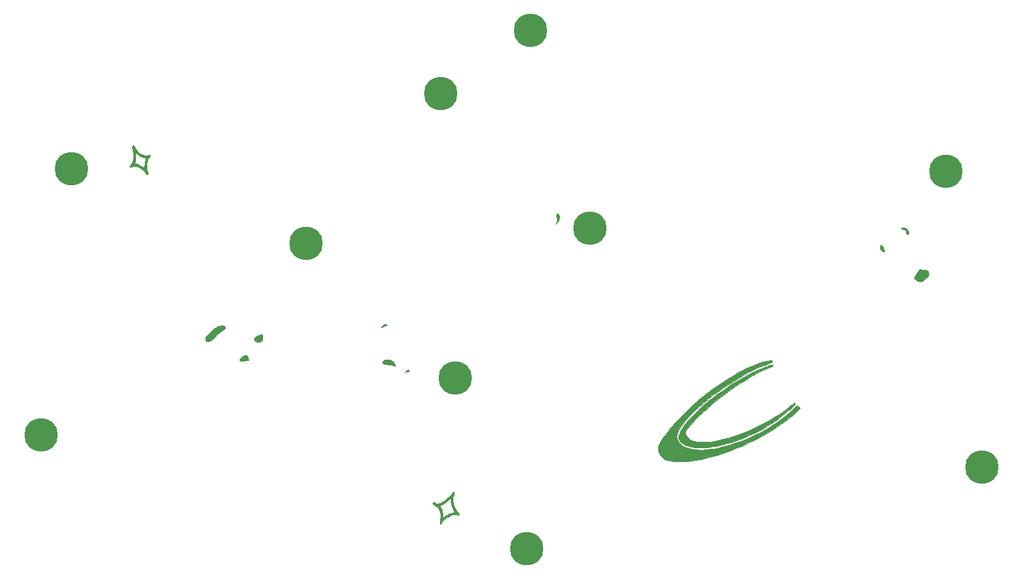
<source format=gbr>
%TF.GenerationSoftware,KiCad,Pcbnew,6.0.2-378541a8eb~116~ubuntu20.04.1*%
%TF.CreationDate,2022-03-20T18:30:43+01:00*%
%TF.ProjectId,Bottom_Plate,426f7474-6f6d-45f5-906c-6174652e6b69,v0.1*%
%TF.SameCoordinates,Original*%
%TF.FileFunction,Soldermask,Top*%
%TF.FilePolarity,Negative*%
%FSLAX46Y46*%
G04 Gerber Fmt 4.6, Leading zero omitted, Abs format (unit mm)*
G04 Created by KiCad (PCBNEW 6.0.2-378541a8eb~116~ubuntu20.04.1) date 2022-03-20 18:30:43*
%MOMM*%
%LPD*%
G01*
G04 APERTURE LIST*
%ADD10C,0.010000*%
%ADD11C,0.800000*%
%ADD12C,4.500000*%
G04 APERTURE END LIST*
D10*
%TO.C,Ref\u002A\u002A*%
X247681644Y-160402449D02*
X247700224Y-160440728D01*
X247700224Y-160440728D02*
X247712460Y-160505435D01*
X247712460Y-160505435D02*
X247725133Y-160588083D01*
X247725133Y-160588083D02*
X247517442Y-160671271D01*
X247517442Y-160671271D02*
X246954489Y-160908479D01*
X246954489Y-160908479D02*
X246371080Y-161176769D01*
X246371080Y-161176769D02*
X245772129Y-161473331D01*
X245772129Y-161473331D02*
X245162553Y-161795359D01*
X245162553Y-161795359D02*
X244547264Y-162140044D01*
X244547264Y-162140044D02*
X243931177Y-162504579D01*
X243931177Y-162504579D02*
X243319207Y-162886155D01*
X243319207Y-162886155D02*
X242716268Y-163281966D01*
X242716268Y-163281966D02*
X242127274Y-163689202D01*
X242127274Y-163689202D02*
X241721750Y-163982629D01*
X241721750Y-163982629D02*
X241069870Y-164475688D01*
X241069870Y-164475688D02*
X240414376Y-164995125D01*
X240414376Y-164995125D02*
X239761822Y-165535199D01*
X239761822Y-165535199D02*
X239118758Y-166090168D01*
X239118758Y-166090168D02*
X238491736Y-166654292D01*
X238491736Y-166654292D02*
X237887308Y-167221829D01*
X237887308Y-167221829D02*
X237312026Y-167787039D01*
X237312026Y-167787039D02*
X236911726Y-168197500D01*
X236911726Y-168197500D02*
X236722602Y-168397113D01*
X236722602Y-168397113D02*
X236562006Y-168571098D01*
X236562006Y-168571098D02*
X236427476Y-168722664D01*
X236427476Y-168722664D02*
X236316546Y-168855020D01*
X236316546Y-168855020D02*
X236226754Y-168971375D01*
X236226754Y-168971375D02*
X236155634Y-169074936D01*
X236155634Y-169074936D02*
X236100723Y-169168914D01*
X236100723Y-169168914D02*
X236059557Y-169256516D01*
X236059557Y-169256516D02*
X236029671Y-169340952D01*
X236029671Y-169340952D02*
X236027213Y-169349326D01*
X236027213Y-169349326D02*
X236004072Y-169464318D01*
X236004072Y-169464318D02*
X236004852Y-169576601D01*
X236004852Y-169576601D02*
X236030836Y-169697975D01*
X236030836Y-169697975D02*
X236079566Y-169831333D01*
X236079566Y-169831333D02*
X236181567Y-170023689D01*
X236181567Y-170023689D02*
X236318299Y-170194346D01*
X236318299Y-170194346D02*
X236490178Y-170343562D01*
X236490178Y-170343562D02*
X236697623Y-170471598D01*
X236697623Y-170471598D02*
X236941052Y-170578710D01*
X236941052Y-170578710D02*
X237220883Y-170665159D01*
X237220883Y-170665159D02*
X237531384Y-170730172D01*
X237531384Y-170730172D02*
X237651443Y-170745309D01*
X237651443Y-170745309D02*
X237805772Y-170756964D01*
X237805772Y-170756964D02*
X237986447Y-170765135D01*
X237986447Y-170765135D02*
X238185549Y-170769819D01*
X238185549Y-170769819D02*
X238395156Y-170771015D01*
X238395156Y-170771015D02*
X238607345Y-170768719D01*
X238607345Y-170768719D02*
X238814197Y-170762929D01*
X238814197Y-170762929D02*
X239007790Y-170753643D01*
X239007790Y-170753643D02*
X239180202Y-170740859D01*
X239180202Y-170740859D02*
X239277000Y-170730691D01*
X239277000Y-170730691D02*
X239926651Y-170635991D01*
X239926651Y-170635991D02*
X240597434Y-170507154D01*
X240597434Y-170507154D02*
X241286583Y-170344989D01*
X241286583Y-170344989D02*
X241991332Y-170150300D01*
X241991332Y-170150300D02*
X242708914Y-169923895D01*
X242708914Y-169923895D02*
X243436563Y-169666580D01*
X243436563Y-169666580D02*
X244171512Y-169379161D01*
X244171512Y-169379161D02*
X244738000Y-169139005D01*
X244738000Y-169139005D02*
X245609841Y-168738305D01*
X245609841Y-168738305D02*
X246446002Y-168315820D01*
X246446002Y-168315820D02*
X247247446Y-167870971D01*
X247247446Y-167870971D02*
X248015135Y-167403175D01*
X248015135Y-167403175D02*
X248750030Y-166911850D01*
X248750030Y-166911850D02*
X249453093Y-166396415D01*
X249453093Y-166396415D02*
X250013906Y-165949251D01*
X250013906Y-165949251D02*
X250170382Y-165820822D01*
X250170382Y-165820822D02*
X250298551Y-165718739D01*
X250298551Y-165718739D02*
X250401674Y-165641142D01*
X250401674Y-165641142D02*
X250483013Y-165586173D01*
X250483013Y-165586173D02*
X250545830Y-165551972D01*
X250545830Y-165551972D02*
X250593387Y-165536681D01*
X250593387Y-165536681D02*
X250628945Y-165538439D01*
X250628945Y-165538439D02*
X250655766Y-165555390D01*
X250655766Y-165555390D02*
X250670807Y-165574848D01*
X250670807Y-165574848D02*
X250684019Y-165619011D01*
X250684019Y-165619011D02*
X250671053Y-165673383D01*
X250671053Y-165673383D02*
X250629631Y-165742493D01*
X250629631Y-165742493D02*
X250557477Y-165830870D01*
X250557477Y-165830870D02*
X250523181Y-165868664D01*
X250523181Y-165868664D02*
X250424405Y-165970291D01*
X250424405Y-165970291D02*
X250296737Y-166093661D01*
X250296737Y-166093661D02*
X250144848Y-166234719D01*
X250144848Y-166234719D02*
X249973410Y-166389409D01*
X249973410Y-166389409D02*
X249787092Y-166553675D01*
X249787092Y-166553675D02*
X249590566Y-166723460D01*
X249590566Y-166723460D02*
X249388503Y-166894709D01*
X249388503Y-166894709D02*
X249185574Y-167063365D01*
X249185574Y-167063365D02*
X248986450Y-167225373D01*
X248986450Y-167225373D02*
X248795801Y-167376675D01*
X248795801Y-167376675D02*
X248708823Y-167444191D01*
X248708823Y-167444191D02*
X248182456Y-167831376D01*
X248182456Y-167831376D02*
X247618872Y-168211925D01*
X247618872Y-168211925D02*
X247022981Y-168583344D01*
X247022981Y-168583344D02*
X246399697Y-168943141D01*
X246399697Y-168943141D02*
X245753931Y-169288824D01*
X245753931Y-169288824D02*
X245090596Y-169617900D01*
X245090596Y-169617900D02*
X244414604Y-169927875D01*
X244414604Y-169927875D02*
X243730866Y-170216258D01*
X243730866Y-170216258D02*
X243044295Y-170480555D01*
X243044295Y-170480555D02*
X242359804Y-170718274D01*
X242359804Y-170718274D02*
X242081584Y-170807266D01*
X242081584Y-170807266D02*
X241572862Y-170959750D01*
X241572862Y-170959750D02*
X241090056Y-171091412D01*
X241090056Y-171091412D02*
X240623515Y-171204391D01*
X240623515Y-171204391D02*
X240163589Y-171300828D01*
X240163589Y-171300828D02*
X239700631Y-171382863D01*
X239700631Y-171382863D02*
X239224989Y-171452635D01*
X239224989Y-171452635D02*
X239097084Y-171469153D01*
X239097084Y-171469153D02*
X238969838Y-171481876D01*
X238969838Y-171481876D02*
X238811322Y-171492567D01*
X238811322Y-171492567D02*
X238629187Y-171501146D01*
X238629187Y-171501146D02*
X238431085Y-171507530D01*
X238431085Y-171507530D02*
X238224666Y-171511638D01*
X238224666Y-171511638D02*
X238017583Y-171513387D01*
X238017583Y-171513387D02*
X237817486Y-171512696D01*
X237817486Y-171512696D02*
X237632027Y-171509484D01*
X237632027Y-171509484D02*
X237468858Y-171503668D01*
X237468858Y-171503668D02*
X237335629Y-171495166D01*
X237335629Y-171495166D02*
X237272567Y-171488657D01*
X237272567Y-171488657D02*
X236889807Y-171430070D01*
X236889807Y-171430070D02*
X236542579Y-171355767D01*
X236542579Y-171355767D02*
X236231453Y-171266041D01*
X236231453Y-171266041D02*
X235957002Y-171161187D01*
X235957002Y-171161187D02*
X235719799Y-171041497D01*
X235719799Y-171041497D02*
X235520415Y-170907267D01*
X235520415Y-170907267D02*
X235359422Y-170758791D01*
X235359422Y-170758791D02*
X235237392Y-170596361D01*
X235237392Y-170596361D02*
X235154898Y-170420271D01*
X235154898Y-170420271D02*
X235147268Y-170396908D01*
X235147268Y-170396908D02*
X235109988Y-170219461D01*
X235109988Y-170219461D02*
X235106241Y-170031976D01*
X235106241Y-170031976D02*
X235136577Y-169832552D01*
X235136577Y-169832552D02*
X235201548Y-169619288D01*
X235201548Y-169619288D02*
X235301706Y-169390285D01*
X235301706Y-169390285D02*
X235437600Y-169143642D01*
X235437600Y-169143642D02*
X235571674Y-168933454D01*
X235571674Y-168933454D02*
X235850960Y-168541570D01*
X235850960Y-168541570D02*
X236168272Y-168139119D01*
X236168272Y-168139119D02*
X236521159Y-167727934D01*
X236521159Y-167727934D02*
X236907170Y-167309848D01*
X236907170Y-167309848D02*
X237323855Y-166886696D01*
X237323855Y-166886696D02*
X237768763Y-166460311D01*
X237768763Y-166460311D02*
X238239444Y-166032527D01*
X238239444Y-166032527D02*
X238733448Y-165605177D01*
X238733448Y-165605177D02*
X239248323Y-165180096D01*
X239248323Y-165180096D02*
X239781620Y-164759118D01*
X239781620Y-164759118D02*
X240330887Y-164344075D01*
X240330887Y-164344075D02*
X240893674Y-163936802D01*
X240893674Y-163936802D02*
X241467531Y-163539133D01*
X241467531Y-163539133D02*
X242050007Y-163152900D01*
X242050007Y-163152900D02*
X242638652Y-162779939D01*
X242638652Y-162779939D02*
X243231014Y-162422083D01*
X243231014Y-162422083D02*
X243824644Y-162081165D01*
X243824644Y-162081165D02*
X244417091Y-161759020D01*
X244417091Y-161759020D02*
X245005904Y-161457480D01*
X245005904Y-161457480D02*
X245588633Y-161178381D01*
X245588633Y-161178381D02*
X246162828Y-160923555D01*
X246162828Y-160923555D02*
X246417577Y-160817373D01*
X246417577Y-160817373D02*
X246568078Y-160757058D01*
X246568078Y-160757058D02*
X246727729Y-160695029D01*
X246727729Y-160695029D02*
X246890468Y-160633461D01*
X246890468Y-160633461D02*
X247050234Y-160574533D01*
X247050234Y-160574533D02*
X247200963Y-160520419D01*
X247200963Y-160520419D02*
X247336594Y-160473296D01*
X247336594Y-160473296D02*
X247451065Y-160435342D01*
X247451065Y-160435342D02*
X247538314Y-160408732D01*
X247538314Y-160408732D02*
X247592120Y-160395668D01*
X247592120Y-160395668D02*
X247648693Y-160390242D01*
X247648693Y-160390242D02*
X247681644Y-160402449D01*
X247681644Y-160402449D02*
X247681644Y-160402449D01*
G36*
X247681644Y-160402449D02*
G01*
X247700224Y-160440728D01*
X247712460Y-160505435D01*
X247725133Y-160588083D01*
X247517442Y-160671271D01*
X246954489Y-160908479D01*
X246371080Y-161176769D01*
X245772129Y-161473331D01*
X245162553Y-161795359D01*
X244547264Y-162140044D01*
X243931177Y-162504579D01*
X243319207Y-162886155D01*
X242716268Y-163281966D01*
X242127274Y-163689202D01*
X241721750Y-163982629D01*
X241069870Y-164475688D01*
X240414376Y-164995125D01*
X239761822Y-165535199D01*
X239118758Y-166090168D01*
X238491736Y-166654292D01*
X237887308Y-167221829D01*
X237312026Y-167787039D01*
X236911726Y-168197500D01*
X236722602Y-168397113D01*
X236562006Y-168571098D01*
X236427476Y-168722664D01*
X236316546Y-168855020D01*
X236226754Y-168971375D01*
X236155634Y-169074936D01*
X236100723Y-169168914D01*
X236059557Y-169256516D01*
X236029671Y-169340952D01*
X236027213Y-169349326D01*
X236004072Y-169464318D01*
X236004852Y-169576601D01*
X236030836Y-169697975D01*
X236079566Y-169831333D01*
X236181567Y-170023689D01*
X236318299Y-170194346D01*
X236490178Y-170343562D01*
X236697623Y-170471598D01*
X236941052Y-170578710D01*
X237220883Y-170665159D01*
X237531384Y-170730172D01*
X237651443Y-170745309D01*
X237805772Y-170756964D01*
X237986447Y-170765135D01*
X238185549Y-170769819D01*
X238395156Y-170771015D01*
X238607345Y-170768719D01*
X238814197Y-170762929D01*
X239007790Y-170753643D01*
X239180202Y-170740859D01*
X239277000Y-170730691D01*
X239926651Y-170635991D01*
X240597434Y-170507154D01*
X241286583Y-170344989D01*
X241991332Y-170150300D01*
X242708914Y-169923895D01*
X243436563Y-169666580D01*
X244171512Y-169379161D01*
X244738000Y-169139005D01*
X245609841Y-168738305D01*
X246446002Y-168315820D01*
X247247446Y-167870971D01*
X248015135Y-167403175D01*
X248750030Y-166911850D01*
X249453093Y-166396415D01*
X250013906Y-165949251D01*
X250170382Y-165820822D01*
X250298551Y-165718739D01*
X250401674Y-165641142D01*
X250483013Y-165586173D01*
X250545830Y-165551972D01*
X250593387Y-165536681D01*
X250628945Y-165538439D01*
X250655766Y-165555390D01*
X250670807Y-165574848D01*
X250684019Y-165619011D01*
X250671053Y-165673383D01*
X250629631Y-165742493D01*
X250557477Y-165830870D01*
X250523181Y-165868664D01*
X250424405Y-165970291D01*
X250296737Y-166093661D01*
X250144848Y-166234719D01*
X249973410Y-166389409D01*
X249787092Y-166553675D01*
X249590566Y-166723460D01*
X249388503Y-166894709D01*
X249185574Y-167063365D01*
X248986450Y-167225373D01*
X248795801Y-167376675D01*
X248708823Y-167444191D01*
X248182456Y-167831376D01*
X247618872Y-168211925D01*
X247022981Y-168583344D01*
X246399697Y-168943141D01*
X245753931Y-169288824D01*
X245090596Y-169617900D01*
X244414604Y-169927875D01*
X243730866Y-170216258D01*
X243044295Y-170480555D01*
X242359804Y-170718274D01*
X242081584Y-170807266D01*
X241572862Y-170959750D01*
X241090056Y-171091412D01*
X240623515Y-171204391D01*
X240163589Y-171300828D01*
X239700631Y-171382863D01*
X239224989Y-171452635D01*
X239097084Y-171469153D01*
X238969838Y-171481876D01*
X238811322Y-171492567D01*
X238629187Y-171501146D01*
X238431085Y-171507530D01*
X238224666Y-171511638D01*
X238017583Y-171513387D01*
X237817486Y-171512696D01*
X237632027Y-171509484D01*
X237468858Y-171503668D01*
X237335629Y-171495166D01*
X237272567Y-171488657D01*
X236889807Y-171430070D01*
X236542579Y-171355767D01*
X236231453Y-171266041D01*
X235957002Y-171161187D01*
X235719799Y-171041497D01*
X235520415Y-170907267D01*
X235359422Y-170758791D01*
X235237392Y-170596361D01*
X235154898Y-170420271D01*
X235147268Y-170396908D01*
X235109988Y-170219461D01*
X235106241Y-170031976D01*
X235136577Y-169832552D01*
X235201548Y-169619288D01*
X235301706Y-169390285D01*
X235437600Y-169143642D01*
X235571674Y-168933454D01*
X235850960Y-168541570D01*
X236168272Y-168139119D01*
X236521159Y-167727934D01*
X236907170Y-167309848D01*
X237323855Y-166886696D01*
X237768763Y-166460311D01*
X238239444Y-166032527D01*
X238733448Y-165605177D01*
X239248323Y-165180096D01*
X239781620Y-164759118D01*
X240330887Y-164344075D01*
X240893674Y-163936802D01*
X241467531Y-163539133D01*
X242050007Y-163152900D01*
X242638652Y-162779939D01*
X243231014Y-162422083D01*
X243824644Y-162081165D01*
X244417091Y-161759020D01*
X245005904Y-161457480D01*
X245588633Y-161178381D01*
X246162828Y-160923555D01*
X246417577Y-160817373D01*
X246568078Y-160757058D01*
X246727729Y-160695029D01*
X246890468Y-160633461D01*
X247050234Y-160574533D01*
X247200963Y-160520419D01*
X247336594Y-160473296D01*
X247451065Y-160435342D01*
X247538314Y-160408732D01*
X247592120Y-160395668D01*
X247648693Y-160390242D01*
X247681644Y-160402449D01*
G37*
X247681644Y-160402449D02*
X247700224Y-160440728D01*
X247712460Y-160505435D01*
X247725133Y-160588083D01*
X247517442Y-160671271D01*
X246954489Y-160908479D01*
X246371080Y-161176769D01*
X245772129Y-161473331D01*
X245162553Y-161795359D01*
X244547264Y-162140044D01*
X243931177Y-162504579D01*
X243319207Y-162886155D01*
X242716268Y-163281966D01*
X242127274Y-163689202D01*
X241721750Y-163982629D01*
X241069870Y-164475688D01*
X240414376Y-164995125D01*
X239761822Y-165535199D01*
X239118758Y-166090168D01*
X238491736Y-166654292D01*
X237887308Y-167221829D01*
X237312026Y-167787039D01*
X236911726Y-168197500D01*
X236722602Y-168397113D01*
X236562006Y-168571098D01*
X236427476Y-168722664D01*
X236316546Y-168855020D01*
X236226754Y-168971375D01*
X236155634Y-169074936D01*
X236100723Y-169168914D01*
X236059557Y-169256516D01*
X236029671Y-169340952D01*
X236027213Y-169349326D01*
X236004072Y-169464318D01*
X236004852Y-169576601D01*
X236030836Y-169697975D01*
X236079566Y-169831333D01*
X236181567Y-170023689D01*
X236318299Y-170194346D01*
X236490178Y-170343562D01*
X236697623Y-170471598D01*
X236941052Y-170578710D01*
X237220883Y-170665159D01*
X237531384Y-170730172D01*
X237651443Y-170745309D01*
X237805772Y-170756964D01*
X237986447Y-170765135D01*
X238185549Y-170769819D01*
X238395156Y-170771015D01*
X238607345Y-170768719D01*
X238814197Y-170762929D01*
X239007790Y-170753643D01*
X239180202Y-170740859D01*
X239277000Y-170730691D01*
X239926651Y-170635991D01*
X240597434Y-170507154D01*
X241286583Y-170344989D01*
X241991332Y-170150300D01*
X242708914Y-169923895D01*
X243436563Y-169666580D01*
X244171512Y-169379161D01*
X244738000Y-169139005D01*
X245609841Y-168738305D01*
X246446002Y-168315820D01*
X247247446Y-167870971D01*
X248015135Y-167403175D01*
X248750030Y-166911850D01*
X249453093Y-166396415D01*
X250013906Y-165949251D01*
X250170382Y-165820822D01*
X250298551Y-165718739D01*
X250401674Y-165641142D01*
X250483013Y-165586173D01*
X250545830Y-165551972D01*
X250593387Y-165536681D01*
X250628945Y-165538439D01*
X250655766Y-165555390D01*
X250670807Y-165574848D01*
X250684019Y-165619011D01*
X250671053Y-165673383D01*
X250629631Y-165742493D01*
X250557477Y-165830870D01*
X250523181Y-165868664D01*
X250424405Y-165970291D01*
X250296737Y-166093661D01*
X250144848Y-166234719D01*
X249973410Y-166389409D01*
X249787092Y-166553675D01*
X249590566Y-166723460D01*
X249388503Y-166894709D01*
X249185574Y-167063365D01*
X248986450Y-167225373D01*
X248795801Y-167376675D01*
X248708823Y-167444191D01*
X248182456Y-167831376D01*
X247618872Y-168211925D01*
X247022981Y-168583344D01*
X246399697Y-168943141D01*
X245753931Y-169288824D01*
X245090596Y-169617900D01*
X244414604Y-169927875D01*
X243730866Y-170216258D01*
X243044295Y-170480555D01*
X242359804Y-170718274D01*
X242081584Y-170807266D01*
X241572862Y-170959750D01*
X241090056Y-171091412D01*
X240623515Y-171204391D01*
X240163589Y-171300828D01*
X239700631Y-171382863D01*
X239224989Y-171452635D01*
X239097084Y-171469153D01*
X238969838Y-171481876D01*
X238811322Y-171492567D01*
X238629187Y-171501146D01*
X238431085Y-171507530D01*
X238224666Y-171511638D01*
X238017583Y-171513387D01*
X237817486Y-171512696D01*
X237632027Y-171509484D01*
X237468858Y-171503668D01*
X237335629Y-171495166D01*
X237272567Y-171488657D01*
X236889807Y-171430070D01*
X236542579Y-171355767D01*
X236231453Y-171266041D01*
X235957002Y-171161187D01*
X235719799Y-171041497D01*
X235520415Y-170907267D01*
X235359422Y-170758791D01*
X235237392Y-170596361D01*
X235154898Y-170420271D01*
X235147268Y-170396908D01*
X235109988Y-170219461D01*
X235106241Y-170031976D01*
X235136577Y-169832552D01*
X235201548Y-169619288D01*
X235301706Y-169390285D01*
X235437600Y-169143642D01*
X235571674Y-168933454D01*
X235850960Y-168541570D01*
X236168272Y-168139119D01*
X236521159Y-167727934D01*
X236907170Y-167309848D01*
X237323855Y-166886696D01*
X237768763Y-166460311D01*
X238239444Y-166032527D01*
X238733448Y-165605177D01*
X239248323Y-165180096D01*
X239781620Y-164759118D01*
X240330887Y-164344075D01*
X240893674Y-163936802D01*
X241467531Y-163539133D01*
X242050007Y-163152900D01*
X242638652Y-162779939D01*
X243231014Y-162422083D01*
X243824644Y-162081165D01*
X244417091Y-161759020D01*
X245005904Y-161457480D01*
X245588633Y-161178381D01*
X246162828Y-160923555D01*
X246417577Y-160817373D01*
X246568078Y-160757058D01*
X246727729Y-160695029D01*
X246890468Y-160633461D01*
X247050234Y-160574533D01*
X247200963Y-160520419D01*
X247336594Y-160473296D01*
X247451065Y-160435342D01*
X247538314Y-160408732D01*
X247592120Y-160395668D01*
X247648693Y-160390242D01*
X247681644Y-160402449D01*
X247606189Y-159827119D02*
X247633690Y-159850534D01*
X247633690Y-159850534D02*
X247643156Y-159891392D01*
X247643156Y-159891392D02*
X247641882Y-159934796D01*
X247641882Y-159934796D02*
X247627893Y-159998960D01*
X247627893Y-159998960D02*
X247602070Y-160049881D01*
X247602070Y-160049881D02*
X247597422Y-160055163D01*
X247597422Y-160055163D02*
X247566801Y-160073474D01*
X247566801Y-160073474D02*
X247502585Y-160102896D01*
X247502585Y-160102896D02*
X247411213Y-160140791D01*
X247411213Y-160140791D02*
X247299130Y-160184520D01*
X247299130Y-160184520D02*
X247172775Y-160231446D01*
X247172775Y-160231446D02*
X247125030Y-160248615D01*
X247125030Y-160248615D02*
X246550748Y-160462714D01*
X246550748Y-160462714D02*
X245993081Y-160690316D01*
X245993081Y-160690316D02*
X245440835Y-160936384D01*
X245440835Y-160936384D02*
X244882813Y-161205880D01*
X244882813Y-161205880D02*
X244378475Y-161466153D01*
X244378475Y-161466153D02*
X243689377Y-161843507D01*
X243689377Y-161843507D02*
X243000159Y-162244012D01*
X243000159Y-162244012D02*
X242314310Y-162665057D01*
X242314310Y-162665057D02*
X241635321Y-163104033D01*
X241635321Y-163104033D02*
X240966684Y-163558332D01*
X240966684Y-163558332D02*
X240311888Y-164025344D01*
X240311888Y-164025344D02*
X239674426Y-164502461D01*
X239674426Y-164502461D02*
X239057787Y-164987072D01*
X239057787Y-164987072D02*
X238465463Y-165476570D01*
X238465463Y-165476570D02*
X237900944Y-165968344D01*
X237900944Y-165968344D02*
X237367722Y-166459785D01*
X237367722Y-166459785D02*
X236869286Y-166948285D01*
X236869286Y-166948285D02*
X236434408Y-167403750D01*
X236434408Y-167403750D02*
X236188904Y-167677515D01*
X236188904Y-167677515D02*
X235957153Y-167950692D01*
X235957153Y-167950692D02*
X235741267Y-168220191D01*
X235741267Y-168220191D02*
X235543361Y-168482923D01*
X235543361Y-168482923D02*
X235365547Y-168735802D01*
X235365547Y-168735802D02*
X235209937Y-168975739D01*
X235209937Y-168975739D02*
X235078646Y-169199644D01*
X235078646Y-169199644D02*
X234973786Y-169404431D01*
X234973786Y-169404431D02*
X234897469Y-169587011D01*
X234897469Y-169587011D02*
X234861462Y-169702672D01*
X234861462Y-169702672D02*
X234822374Y-169932505D01*
X234822374Y-169932505D02*
X234823848Y-170154376D01*
X234823848Y-170154376D02*
X234864677Y-170367211D01*
X234864677Y-170367211D02*
X234943656Y-170569939D01*
X234943656Y-170569939D02*
X235059576Y-170761487D01*
X235059576Y-170761487D02*
X235211232Y-170940784D01*
X235211232Y-170940784D02*
X235397416Y-171106757D01*
X235397416Y-171106757D02*
X235616923Y-171258334D01*
X235616923Y-171258334D02*
X235868546Y-171394443D01*
X235868546Y-171394443D02*
X236151077Y-171514012D01*
X236151077Y-171514012D02*
X236463311Y-171615969D01*
X236463311Y-171615969D02*
X236804040Y-171699241D01*
X236804040Y-171699241D02*
X237172059Y-171762757D01*
X237172059Y-171762757D02*
X237181500Y-171764069D01*
X237181500Y-171764069D02*
X237336958Y-171781240D01*
X237336958Y-171781240D02*
X237524063Y-171794981D01*
X237524063Y-171794981D02*
X237732248Y-171805048D01*
X237732248Y-171805048D02*
X237950946Y-171811198D01*
X237950946Y-171811198D02*
X238169592Y-171813188D01*
X238169592Y-171813188D02*
X238377619Y-171810775D01*
X238377619Y-171810775D02*
X238564460Y-171803717D01*
X238564460Y-171803717D02*
X238652584Y-171797907D01*
X238652584Y-171797907D02*
X239001798Y-171763221D01*
X239001798Y-171763221D02*
X239382544Y-171712227D01*
X239382544Y-171712227D02*
X239787899Y-171646319D01*
X239787899Y-171646319D02*
X240210941Y-171566895D01*
X240210941Y-171566895D02*
X240644747Y-171475351D01*
X240644747Y-171475351D02*
X241082395Y-171373081D01*
X241082395Y-171373081D02*
X241516963Y-171261483D01*
X241516963Y-171261483D02*
X241941529Y-171141953D01*
X241941529Y-171141953D02*
X242018084Y-171119184D01*
X242018084Y-171119184D02*
X242857539Y-170848602D01*
X242857539Y-170848602D02*
X243687935Y-170543759D01*
X243687935Y-170543759D02*
X244505913Y-170206401D01*
X244505913Y-170206401D02*
X245308113Y-169838272D01*
X245308113Y-169838272D02*
X246091175Y-169441120D01*
X246091175Y-169441120D02*
X246851740Y-169016690D01*
X246851740Y-169016690D02*
X247586446Y-168566727D01*
X247586446Y-168566727D02*
X248291936Y-168092977D01*
X248291936Y-168092977D02*
X248964849Y-167597187D01*
X248964849Y-167597187D02*
X249287604Y-167341924D01*
X249287604Y-167341924D02*
X249532501Y-167138264D01*
X249532501Y-167138264D02*
X249795431Y-166909932D01*
X249795431Y-166909932D02*
X250067454Y-166664885D01*
X250067454Y-166664885D02*
X250339632Y-166411079D01*
X250339632Y-166411079D02*
X250426010Y-166328631D01*
X250426010Y-166328631D02*
X250565030Y-166196008D01*
X250565030Y-166196008D02*
X250678468Y-166091281D01*
X250678468Y-166091281D02*
X250770823Y-166012559D01*
X250770823Y-166012559D02*
X250846591Y-165957950D01*
X250846591Y-165957950D02*
X250910271Y-165925563D01*
X250910271Y-165925563D02*
X250966362Y-165913506D01*
X250966362Y-165913506D02*
X251019361Y-165919888D01*
X251019361Y-165919888D02*
X251073766Y-165942818D01*
X251073766Y-165942818D02*
X251134076Y-165980404D01*
X251134076Y-165980404D02*
X251178911Y-166012041D01*
X251178911Y-166012041D02*
X251267314Y-166080451D01*
X251267314Y-166080451D02*
X251321783Y-166135747D01*
X251321783Y-166135747D02*
X251346338Y-166183568D01*
X251346338Y-166183568D02*
X251344998Y-166229548D01*
X251344998Y-166229548D02*
X251341569Y-166240136D01*
X251341569Y-166240136D02*
X251319934Y-166271216D01*
X251319934Y-166271216D02*
X251271017Y-166326259D01*
X251271017Y-166326259D02*
X251199159Y-166401082D01*
X251199159Y-166401082D02*
X251108698Y-166491499D01*
X251108698Y-166491499D02*
X251003973Y-166593326D01*
X251003973Y-166593326D02*
X250889323Y-166702378D01*
X250889323Y-166702378D02*
X250769085Y-166814470D01*
X250769085Y-166814470D02*
X250647600Y-166925418D01*
X250647600Y-166925418D02*
X250529205Y-167031037D01*
X250529205Y-167031037D02*
X250450548Y-167099510D01*
X250450548Y-167099510D02*
X249877234Y-167572812D01*
X249877234Y-167572812D02*
X249264640Y-168040753D01*
X249264640Y-168040753D02*
X248615661Y-168501638D01*
X248615661Y-168501638D02*
X247933192Y-168953774D01*
X247933192Y-168953774D02*
X247220126Y-169395467D01*
X247220126Y-169395467D02*
X246479359Y-169825023D01*
X246479359Y-169825023D02*
X245713784Y-170240748D01*
X245713784Y-170240748D02*
X244926297Y-170640948D01*
X244926297Y-170640948D02*
X244119792Y-171023930D01*
X244119792Y-171023930D02*
X243297164Y-171387999D01*
X243297164Y-171387999D02*
X242695417Y-171637910D01*
X242695417Y-171637910D02*
X241980856Y-171916998D01*
X241980856Y-171916998D02*
X241275496Y-172173443D01*
X241275496Y-172173443D02*
X240581247Y-172406832D01*
X240581247Y-172406832D02*
X239900016Y-172616748D01*
X239900016Y-172616748D02*
X239233711Y-172802778D01*
X239233711Y-172802778D02*
X238584242Y-172964506D01*
X238584242Y-172964506D02*
X237953515Y-173101518D01*
X237953515Y-173101518D02*
X237343439Y-173213399D01*
X237343439Y-173213399D02*
X236755922Y-173299734D01*
X236755922Y-173299734D02*
X236192872Y-173360109D01*
X236192872Y-173360109D02*
X235656199Y-173394109D01*
X235656199Y-173394109D02*
X235147809Y-173401318D01*
X235147809Y-173401318D02*
X234673250Y-173381588D01*
X234673250Y-173381588D02*
X234424026Y-173358663D01*
X234424026Y-173358663D02*
X234176614Y-173326722D01*
X234176614Y-173326722D02*
X233937688Y-173287141D01*
X233937688Y-173287141D02*
X233713919Y-173241298D01*
X233713919Y-173241298D02*
X233511979Y-173190570D01*
X233511979Y-173190570D02*
X233338540Y-173136334D01*
X233338540Y-173136334D02*
X233200275Y-173079967D01*
X233200275Y-173079967D02*
X233191815Y-173075843D01*
X233191815Y-173075843D02*
X233000997Y-172958279D01*
X233000997Y-172958279D02*
X232830485Y-172804082D01*
X232830485Y-172804082D02*
X232680033Y-172612970D01*
X232680033Y-172612970D02*
X232549395Y-172384661D01*
X232549395Y-172384661D02*
X232504644Y-172287511D01*
X232504644Y-172287511D02*
X232444362Y-172133735D01*
X232444362Y-172133735D02*
X232399739Y-171983473D01*
X232399739Y-171983473D02*
X232371748Y-171834445D01*
X232371748Y-171834445D02*
X232361361Y-171684370D01*
X232361361Y-171684370D02*
X232369551Y-171530970D01*
X232369551Y-171530970D02*
X232397291Y-171371964D01*
X232397291Y-171371964D02*
X232445553Y-171205073D01*
X232445553Y-171205073D02*
X232515309Y-171028016D01*
X232515309Y-171028016D02*
X232607533Y-170838515D01*
X232607533Y-170838515D02*
X232723196Y-170634289D01*
X232723196Y-170634289D02*
X232863271Y-170413058D01*
X232863271Y-170413058D02*
X233028732Y-170172544D01*
X233028732Y-170172544D02*
X233220549Y-169910465D01*
X233220549Y-169910465D02*
X233439697Y-169624543D01*
X233439697Y-169624543D02*
X233687147Y-169312497D01*
X233687147Y-169312497D02*
X233870217Y-169086500D01*
X233870217Y-169086500D02*
X234374538Y-168488155D01*
X234374538Y-168488155D02*
X234915207Y-167884273D01*
X234915207Y-167884273D02*
X235487500Y-167279580D01*
X235487500Y-167279580D02*
X236086697Y-166678802D01*
X236086697Y-166678802D02*
X236708073Y-166086663D01*
X236708073Y-166086663D02*
X237346907Y-165507891D01*
X237346907Y-165507891D02*
X237998476Y-164947210D01*
X237998476Y-164947210D02*
X238049334Y-164904677D01*
X238049334Y-164904677D02*
X238784374Y-164308394D01*
X238784374Y-164308394D02*
X239533015Y-163734616D01*
X239533015Y-163734616D02*
X240290374Y-163186739D01*
X240290374Y-163186739D02*
X241051568Y-162668162D01*
X241051568Y-162668162D02*
X241811716Y-162182282D01*
X241811716Y-162182282D02*
X242565935Y-161732498D01*
X242565935Y-161732498D02*
X242790667Y-161604911D01*
X242790667Y-161604911D02*
X242956394Y-161514103D01*
X242956394Y-161514103D02*
X243150321Y-161411457D01*
X243150321Y-161411457D02*
X243364699Y-161300803D01*
X243364699Y-161300803D02*
X243591779Y-161185974D01*
X243591779Y-161185974D02*
X243823810Y-161070801D01*
X243823810Y-161070801D02*
X244053044Y-160959117D01*
X244053044Y-160959117D02*
X244271731Y-160854752D01*
X244271731Y-160854752D02*
X244472121Y-160761539D01*
X244472121Y-160761539D02*
X244646466Y-160683309D01*
X244646466Y-160683309D02*
X244710499Y-160655655D01*
X244710499Y-160655655D02*
X245318251Y-160411776D01*
X245318251Y-160411776D02*
X245906834Y-160205455D01*
X245906834Y-160205455D02*
X246476475Y-160036625D01*
X246476475Y-160036625D02*
X247027402Y-159905213D01*
X247027402Y-159905213D02*
X247357706Y-159842834D01*
X247357706Y-159842834D02*
X247473974Y-159825138D01*
X247473974Y-159825138D02*
X247554876Y-159819277D01*
X247554876Y-159819277D02*
X247606189Y-159827119D01*
X247606189Y-159827119D02*
X247606189Y-159827119D01*
G36*
X247606189Y-159827119D02*
G01*
X247633690Y-159850534D01*
X247643156Y-159891392D01*
X247641882Y-159934796D01*
X247627893Y-159998960D01*
X247602070Y-160049881D01*
X247597422Y-160055163D01*
X247566801Y-160073474D01*
X247502585Y-160102896D01*
X247411213Y-160140791D01*
X247299130Y-160184520D01*
X247172775Y-160231446D01*
X247125030Y-160248615D01*
X246550748Y-160462714D01*
X245993081Y-160690316D01*
X245440835Y-160936384D01*
X244882813Y-161205880D01*
X244378475Y-161466153D01*
X243689377Y-161843507D01*
X243000159Y-162244012D01*
X242314310Y-162665057D01*
X241635321Y-163104033D01*
X240966684Y-163558332D01*
X240311888Y-164025344D01*
X239674426Y-164502461D01*
X239057787Y-164987072D01*
X238465463Y-165476570D01*
X237900944Y-165968344D01*
X237367722Y-166459785D01*
X236869286Y-166948285D01*
X236434408Y-167403750D01*
X236188904Y-167677515D01*
X235957153Y-167950692D01*
X235741267Y-168220191D01*
X235543361Y-168482923D01*
X235365547Y-168735802D01*
X235209937Y-168975739D01*
X235078646Y-169199644D01*
X234973786Y-169404431D01*
X234897469Y-169587011D01*
X234861462Y-169702672D01*
X234822374Y-169932505D01*
X234823848Y-170154376D01*
X234864677Y-170367211D01*
X234943656Y-170569939D01*
X235059576Y-170761487D01*
X235211232Y-170940784D01*
X235397416Y-171106757D01*
X235616923Y-171258334D01*
X235868546Y-171394443D01*
X236151077Y-171514012D01*
X236463311Y-171615969D01*
X236804040Y-171699241D01*
X237172059Y-171762757D01*
X237181500Y-171764069D01*
X237336958Y-171781240D01*
X237524063Y-171794981D01*
X237732248Y-171805048D01*
X237950946Y-171811198D01*
X238169592Y-171813188D01*
X238377619Y-171810775D01*
X238564460Y-171803717D01*
X238652584Y-171797907D01*
X239001798Y-171763221D01*
X239382544Y-171712227D01*
X239787899Y-171646319D01*
X240210941Y-171566895D01*
X240644747Y-171475351D01*
X241082395Y-171373081D01*
X241516963Y-171261483D01*
X241941529Y-171141953D01*
X242018084Y-171119184D01*
X242857539Y-170848602D01*
X243687935Y-170543759D01*
X244505913Y-170206401D01*
X245308113Y-169838272D01*
X246091175Y-169441120D01*
X246851740Y-169016690D01*
X247586446Y-168566727D01*
X248291936Y-168092977D01*
X248964849Y-167597187D01*
X249287604Y-167341924D01*
X249532501Y-167138264D01*
X249795431Y-166909932D01*
X250067454Y-166664885D01*
X250339632Y-166411079D01*
X250426010Y-166328631D01*
X250565030Y-166196008D01*
X250678468Y-166091281D01*
X250770823Y-166012559D01*
X250846591Y-165957950D01*
X250910271Y-165925563D01*
X250966362Y-165913506D01*
X251019361Y-165919888D01*
X251073766Y-165942818D01*
X251134076Y-165980404D01*
X251178911Y-166012041D01*
X251267314Y-166080451D01*
X251321783Y-166135747D01*
X251346338Y-166183568D01*
X251344998Y-166229548D01*
X251341569Y-166240136D01*
X251319934Y-166271216D01*
X251271017Y-166326259D01*
X251199159Y-166401082D01*
X251108698Y-166491499D01*
X251003973Y-166593326D01*
X250889323Y-166702378D01*
X250769085Y-166814470D01*
X250647600Y-166925418D01*
X250529205Y-167031037D01*
X250450548Y-167099510D01*
X249877234Y-167572812D01*
X249264640Y-168040753D01*
X248615661Y-168501638D01*
X247933192Y-168953774D01*
X247220126Y-169395467D01*
X246479359Y-169825023D01*
X245713784Y-170240748D01*
X244926297Y-170640948D01*
X244119792Y-171023930D01*
X243297164Y-171387999D01*
X242695417Y-171637910D01*
X241980856Y-171916998D01*
X241275496Y-172173443D01*
X240581247Y-172406832D01*
X239900016Y-172616748D01*
X239233711Y-172802778D01*
X238584242Y-172964506D01*
X237953515Y-173101518D01*
X237343439Y-173213399D01*
X236755922Y-173299734D01*
X236192872Y-173360109D01*
X235656199Y-173394109D01*
X235147809Y-173401318D01*
X234673250Y-173381588D01*
X234424026Y-173358663D01*
X234176614Y-173326722D01*
X233937688Y-173287141D01*
X233713919Y-173241298D01*
X233511979Y-173190570D01*
X233338540Y-173136334D01*
X233200275Y-173079967D01*
X233191815Y-173075843D01*
X233000997Y-172958279D01*
X232830485Y-172804082D01*
X232680033Y-172612970D01*
X232549395Y-172384661D01*
X232504644Y-172287511D01*
X232444362Y-172133735D01*
X232399739Y-171983473D01*
X232371748Y-171834445D01*
X232361361Y-171684370D01*
X232369551Y-171530970D01*
X232397291Y-171371964D01*
X232445553Y-171205073D01*
X232515309Y-171028016D01*
X232607533Y-170838515D01*
X232723196Y-170634289D01*
X232863271Y-170413058D01*
X233028732Y-170172544D01*
X233220549Y-169910465D01*
X233439697Y-169624543D01*
X233687147Y-169312497D01*
X233870217Y-169086500D01*
X234374538Y-168488155D01*
X234915207Y-167884273D01*
X235487500Y-167279580D01*
X236086697Y-166678802D01*
X236708073Y-166086663D01*
X237346907Y-165507891D01*
X237998476Y-164947210D01*
X238049334Y-164904677D01*
X238784374Y-164308394D01*
X239533015Y-163734616D01*
X240290374Y-163186739D01*
X241051568Y-162668162D01*
X241811716Y-162182282D01*
X242565935Y-161732498D01*
X242790667Y-161604911D01*
X242956394Y-161514103D01*
X243150321Y-161411457D01*
X243364699Y-161300803D01*
X243591779Y-161185974D01*
X243823810Y-161070801D01*
X244053044Y-160959117D01*
X244271731Y-160854752D01*
X244472121Y-160761539D01*
X244646466Y-160683309D01*
X244710499Y-160655655D01*
X245318251Y-160411776D01*
X245906834Y-160205455D01*
X246476475Y-160036625D01*
X247027402Y-159905213D01*
X247357706Y-159842834D01*
X247473974Y-159825138D01*
X247554876Y-159819277D01*
X247606189Y-159827119D01*
G37*
X247606189Y-159827119D02*
X247633690Y-159850534D01*
X247643156Y-159891392D01*
X247641882Y-159934796D01*
X247627893Y-159998960D01*
X247602070Y-160049881D01*
X247597422Y-160055163D01*
X247566801Y-160073474D01*
X247502585Y-160102896D01*
X247411213Y-160140791D01*
X247299130Y-160184520D01*
X247172775Y-160231446D01*
X247125030Y-160248615D01*
X246550748Y-160462714D01*
X245993081Y-160690316D01*
X245440835Y-160936384D01*
X244882813Y-161205880D01*
X244378475Y-161466153D01*
X243689377Y-161843507D01*
X243000159Y-162244012D01*
X242314310Y-162665057D01*
X241635321Y-163104033D01*
X240966684Y-163558332D01*
X240311888Y-164025344D01*
X239674426Y-164502461D01*
X239057787Y-164987072D01*
X238465463Y-165476570D01*
X237900944Y-165968344D01*
X237367722Y-166459785D01*
X236869286Y-166948285D01*
X236434408Y-167403750D01*
X236188904Y-167677515D01*
X235957153Y-167950692D01*
X235741267Y-168220191D01*
X235543361Y-168482923D01*
X235365547Y-168735802D01*
X235209937Y-168975739D01*
X235078646Y-169199644D01*
X234973786Y-169404431D01*
X234897469Y-169587011D01*
X234861462Y-169702672D01*
X234822374Y-169932505D01*
X234823848Y-170154376D01*
X234864677Y-170367211D01*
X234943656Y-170569939D01*
X235059576Y-170761487D01*
X235211232Y-170940784D01*
X235397416Y-171106757D01*
X235616923Y-171258334D01*
X235868546Y-171394443D01*
X236151077Y-171514012D01*
X236463311Y-171615969D01*
X236804040Y-171699241D01*
X237172059Y-171762757D01*
X237181500Y-171764069D01*
X237336958Y-171781240D01*
X237524063Y-171794981D01*
X237732248Y-171805048D01*
X237950946Y-171811198D01*
X238169592Y-171813188D01*
X238377619Y-171810775D01*
X238564460Y-171803717D01*
X238652584Y-171797907D01*
X239001798Y-171763221D01*
X239382544Y-171712227D01*
X239787899Y-171646319D01*
X240210941Y-171566895D01*
X240644747Y-171475351D01*
X241082395Y-171373081D01*
X241516963Y-171261483D01*
X241941529Y-171141953D01*
X242018084Y-171119184D01*
X242857539Y-170848602D01*
X243687935Y-170543759D01*
X244505913Y-170206401D01*
X245308113Y-169838272D01*
X246091175Y-169441120D01*
X246851740Y-169016690D01*
X247586446Y-168566727D01*
X248291936Y-168092977D01*
X248964849Y-167597187D01*
X249287604Y-167341924D01*
X249532501Y-167138264D01*
X249795431Y-166909932D01*
X250067454Y-166664885D01*
X250339632Y-166411079D01*
X250426010Y-166328631D01*
X250565030Y-166196008D01*
X250678468Y-166091281D01*
X250770823Y-166012559D01*
X250846591Y-165957950D01*
X250910271Y-165925563D01*
X250966362Y-165913506D01*
X251019361Y-165919888D01*
X251073766Y-165942818D01*
X251134076Y-165980404D01*
X251178911Y-166012041D01*
X251267314Y-166080451D01*
X251321783Y-166135747D01*
X251346338Y-166183568D01*
X251344998Y-166229548D01*
X251341569Y-166240136D01*
X251319934Y-166271216D01*
X251271017Y-166326259D01*
X251199159Y-166401082D01*
X251108698Y-166491499D01*
X251003973Y-166593326D01*
X250889323Y-166702378D01*
X250769085Y-166814470D01*
X250647600Y-166925418D01*
X250529205Y-167031037D01*
X250450548Y-167099510D01*
X249877234Y-167572812D01*
X249264640Y-168040753D01*
X248615661Y-168501638D01*
X247933192Y-168953774D01*
X247220126Y-169395467D01*
X246479359Y-169825023D01*
X245713784Y-170240748D01*
X244926297Y-170640948D01*
X244119792Y-171023930D01*
X243297164Y-171387999D01*
X242695417Y-171637910D01*
X241980856Y-171916998D01*
X241275496Y-172173443D01*
X240581247Y-172406832D01*
X239900016Y-172616748D01*
X239233711Y-172802778D01*
X238584242Y-172964506D01*
X237953515Y-173101518D01*
X237343439Y-173213399D01*
X236755922Y-173299734D01*
X236192872Y-173360109D01*
X235656199Y-173394109D01*
X235147809Y-173401318D01*
X234673250Y-173381588D01*
X234424026Y-173358663D01*
X234176614Y-173326722D01*
X233937688Y-173287141D01*
X233713919Y-173241298D01*
X233511979Y-173190570D01*
X233338540Y-173136334D01*
X233200275Y-173079967D01*
X233191815Y-173075843D01*
X233000997Y-172958279D01*
X232830485Y-172804082D01*
X232680033Y-172612970D01*
X232549395Y-172384661D01*
X232504644Y-172287511D01*
X232444362Y-172133735D01*
X232399739Y-171983473D01*
X232371748Y-171834445D01*
X232361361Y-171684370D01*
X232369551Y-171530970D01*
X232397291Y-171371964D01*
X232445553Y-171205073D01*
X232515309Y-171028016D01*
X232607533Y-170838515D01*
X232723196Y-170634289D01*
X232863271Y-170413058D01*
X233028732Y-170172544D01*
X233220549Y-169910465D01*
X233439697Y-169624543D01*
X233687147Y-169312497D01*
X233870217Y-169086500D01*
X234374538Y-168488155D01*
X234915207Y-167884273D01*
X235487500Y-167279580D01*
X236086697Y-166678802D01*
X236708073Y-166086663D01*
X237346907Y-165507891D01*
X237998476Y-164947210D01*
X238049334Y-164904677D01*
X238784374Y-164308394D01*
X239533015Y-163734616D01*
X240290374Y-163186739D01*
X241051568Y-162668162D01*
X241811716Y-162182282D01*
X242565935Y-161732498D01*
X242790667Y-161604911D01*
X242956394Y-161514103D01*
X243150321Y-161411457D01*
X243364699Y-161300803D01*
X243591779Y-161185974D01*
X243823810Y-161070801D01*
X244053044Y-160959117D01*
X244271731Y-160854752D01*
X244472121Y-160761539D01*
X244646466Y-160683309D01*
X244710499Y-160655655D01*
X245318251Y-160411776D01*
X245906834Y-160205455D01*
X246476475Y-160036625D01*
X247027402Y-159905213D01*
X247357706Y-159842834D01*
X247473974Y-159825138D01*
X247554876Y-159819277D01*
X247606189Y-159827119D01*
X262259184Y-144359647D02*
X262264000Y-144380704D01*
X262264000Y-144380704D02*
X262278438Y-144415656D01*
X262278438Y-144415656D02*
X262315626Y-144465459D01*
X262315626Y-144465459D02*
X262350460Y-144502412D01*
X262350460Y-144502412D02*
X262407481Y-144564453D01*
X262407481Y-144564453D02*
X262456779Y-144629652D01*
X262456779Y-144629652D02*
X262475249Y-144660280D01*
X262475249Y-144660280D02*
X262507310Y-144727337D01*
X262507310Y-144727337D02*
X262544181Y-144812070D01*
X262544181Y-144812070D02*
X262581993Y-144904554D01*
X262581993Y-144904554D02*
X262616877Y-144994870D01*
X262616877Y-144994870D02*
X262644964Y-145073093D01*
X262644964Y-145073093D02*
X262662386Y-145129304D01*
X262662386Y-145129304D02*
X262666167Y-145149912D01*
X262666167Y-145149912D02*
X262647750Y-145198649D01*
X262647750Y-145198649D02*
X262598886Y-145231807D01*
X262598886Y-145231807D02*
X262529160Y-145247586D01*
X262529160Y-145247586D02*
X262448153Y-145244184D01*
X262448153Y-145244184D02*
X262365448Y-145219801D01*
X262365448Y-145219801D02*
X262345544Y-145210171D01*
X262345544Y-145210171D02*
X262236730Y-145129847D01*
X262236730Y-145129847D02*
X262148951Y-145019006D01*
X262148951Y-145019006D02*
X262086907Y-144886184D01*
X262086907Y-144886184D02*
X262055299Y-144739920D01*
X262055299Y-144739920D02*
X262052229Y-144677419D01*
X262052229Y-144677419D02*
X262061668Y-144555273D01*
X262061668Y-144555273D02*
X262091840Y-144461585D01*
X262091840Y-144461585D02*
X262142100Y-144390291D01*
X262142100Y-144390291D02*
X262189009Y-144354256D01*
X262189009Y-144354256D02*
X262231636Y-144343758D01*
X262231636Y-144343758D02*
X262259184Y-144359647D01*
X262259184Y-144359647D02*
X262259184Y-144359647D01*
G36*
X262259184Y-144359647D02*
G01*
X262264000Y-144380704D01*
X262278438Y-144415656D01*
X262315626Y-144465459D01*
X262350460Y-144502412D01*
X262407481Y-144564453D01*
X262456779Y-144629652D01*
X262475249Y-144660280D01*
X262507310Y-144727337D01*
X262544181Y-144812070D01*
X262581993Y-144904554D01*
X262616877Y-144994870D01*
X262644964Y-145073093D01*
X262662386Y-145129304D01*
X262666167Y-145149912D01*
X262647750Y-145198649D01*
X262598886Y-145231807D01*
X262529160Y-145247586D01*
X262448153Y-145244184D01*
X262365448Y-145219801D01*
X262345544Y-145210171D01*
X262236730Y-145129847D01*
X262148951Y-145019006D01*
X262086907Y-144886184D01*
X262055299Y-144739920D01*
X262052229Y-144677419D01*
X262061668Y-144555273D01*
X262091840Y-144461585D01*
X262142100Y-144390291D01*
X262189009Y-144354256D01*
X262231636Y-144343758D01*
X262259184Y-144359647D01*
G37*
X262259184Y-144359647D02*
X262264000Y-144380704D01*
X262278438Y-144415656D01*
X262315626Y-144465459D01*
X262350460Y-144502412D01*
X262407481Y-144564453D01*
X262456779Y-144629652D01*
X262475249Y-144660280D01*
X262507310Y-144727337D01*
X262544181Y-144812070D01*
X262581993Y-144904554D01*
X262616877Y-144994870D01*
X262644964Y-145073093D01*
X262662386Y-145129304D01*
X262666167Y-145149912D01*
X262647750Y-145198649D01*
X262598886Y-145231807D01*
X262529160Y-145247586D01*
X262448153Y-145244184D01*
X262365448Y-145219801D01*
X262345544Y-145210171D01*
X262236730Y-145129847D01*
X262148951Y-145019006D01*
X262086907Y-144886184D01*
X262055299Y-144739920D01*
X262052229Y-144677419D01*
X262061668Y-144555273D01*
X262091840Y-144461585D01*
X262142100Y-144390291D01*
X262189009Y-144354256D01*
X262231636Y-144343758D01*
X262259184Y-144359647D01*
X267470181Y-147620975D02*
X267562951Y-147642415D01*
X267562951Y-147642415D02*
X267661543Y-147683638D01*
X267661543Y-147683638D02*
X267665000Y-147685438D01*
X267665000Y-147685438D02*
X267733903Y-147720024D01*
X267733903Y-147720024D02*
X267789213Y-147741140D01*
X267789213Y-147741140D02*
X267843950Y-147750691D01*
X267843950Y-147750691D02*
X267911135Y-147750580D01*
X267911135Y-147750580D02*
X268003789Y-147742712D01*
X268003789Y-147742712D02*
X268034771Y-147739514D01*
X268034771Y-147739514D02*
X268162751Y-147731724D01*
X268162751Y-147731724D02*
X268261359Y-147740528D01*
X268261359Y-147740528D02*
X268341097Y-147768293D01*
X268341097Y-147768293D02*
X268412463Y-147817386D01*
X268412463Y-147817386D02*
X268423526Y-147827125D01*
X268423526Y-147827125D02*
X268504477Y-147921373D01*
X268504477Y-147921373D02*
X268552184Y-148030938D01*
X268552184Y-148030938D02*
X268569035Y-148162663D01*
X268569035Y-148162663D02*
X268566745Y-148237452D01*
X268566745Y-148237452D02*
X268545110Y-148376110D01*
X268545110Y-148376110D02*
X268498443Y-148505901D01*
X268498443Y-148505901D02*
X268422878Y-148633966D01*
X268422878Y-148633966D02*
X268314548Y-148767443D01*
X268314548Y-148767443D02*
X268234552Y-148850778D01*
X268234552Y-148850778D02*
X268045861Y-149017253D01*
X268045861Y-149017253D02*
X267856539Y-149142558D01*
X267856539Y-149142558D02*
X267667236Y-149226367D01*
X267667236Y-149226367D02*
X267478601Y-149268358D01*
X267478601Y-149268358D02*
X267386334Y-149273570D01*
X267386334Y-149273570D02*
X267295396Y-149269335D01*
X267295396Y-149269335D02*
X267223129Y-149252495D01*
X267223129Y-149252495D02*
X267146417Y-149217230D01*
X267146417Y-149217230D02*
X267132492Y-149209658D01*
X267132492Y-149209658D02*
X267060296Y-149166526D01*
X267060296Y-149166526D02*
X266995668Y-149122281D01*
X266995668Y-149122281D02*
X266963159Y-149095895D01*
X266963159Y-149095895D02*
X266916924Y-149058159D01*
X266916924Y-149058159D02*
X266850166Y-149010087D01*
X266850166Y-149010087D02*
X266788978Y-148969588D01*
X266788978Y-148969588D02*
X266707927Y-148913766D01*
X266707927Y-148913766D02*
X266658296Y-148864610D01*
X266658296Y-148864610D02*
X266632908Y-148811399D01*
X266632908Y-148811399D02*
X266624588Y-148743407D01*
X266624588Y-148743407D02*
X266624334Y-148723576D01*
X266624334Y-148723576D02*
X266628721Y-148664065D01*
X266628721Y-148664065D02*
X266645358Y-148634166D01*
X266645358Y-148634166D02*
X266666925Y-148624398D01*
X266666925Y-148624398D02*
X266697911Y-148600489D01*
X266697911Y-148600489D02*
X266743072Y-148544357D01*
X266743072Y-148544357D02*
X266797976Y-148461801D01*
X266797976Y-148461801D02*
X266823860Y-148418974D01*
X266823860Y-148418974D02*
X266885125Y-148317919D01*
X266885125Y-148317919D02*
X266946099Y-148224843D01*
X266946099Y-148224843D02*
X267013656Y-148130166D01*
X267013656Y-148130166D02*
X267094667Y-148024308D01*
X267094667Y-148024308D02*
X267196006Y-147897691D01*
X267196006Y-147897691D02*
X267211652Y-147878443D01*
X267211652Y-147878443D02*
X267264177Y-147807675D01*
X267264177Y-147807675D02*
X267288644Y-147756817D01*
X267288644Y-147756817D02*
X267289667Y-147720641D01*
X267289667Y-147720641D02*
X267292976Y-147669152D01*
X267292976Y-147669152D02*
X267328576Y-147634964D01*
X267328576Y-147634964D02*
X267389851Y-147618698D01*
X267389851Y-147618698D02*
X267470181Y-147620975D01*
X267470181Y-147620975D02*
X267470181Y-147620975D01*
G36*
X267470181Y-147620975D02*
G01*
X267562951Y-147642415D01*
X267661543Y-147683638D01*
X267665000Y-147685438D01*
X267733903Y-147720024D01*
X267789213Y-147741140D01*
X267843950Y-147750691D01*
X267911135Y-147750580D01*
X268003789Y-147742712D01*
X268034771Y-147739514D01*
X268162751Y-147731724D01*
X268261359Y-147740528D01*
X268341097Y-147768293D01*
X268412463Y-147817386D01*
X268423526Y-147827125D01*
X268504477Y-147921373D01*
X268552184Y-148030938D01*
X268569035Y-148162663D01*
X268566745Y-148237452D01*
X268545110Y-148376110D01*
X268498443Y-148505901D01*
X268422878Y-148633966D01*
X268314548Y-148767443D01*
X268234552Y-148850778D01*
X268045861Y-149017253D01*
X267856539Y-149142558D01*
X267667236Y-149226367D01*
X267478601Y-149268358D01*
X267386334Y-149273570D01*
X267295396Y-149269335D01*
X267223129Y-149252495D01*
X267146417Y-149217230D01*
X267132492Y-149209658D01*
X267060296Y-149166526D01*
X266995668Y-149122281D01*
X266963159Y-149095895D01*
X266916924Y-149058159D01*
X266850166Y-149010087D01*
X266788978Y-148969588D01*
X266707927Y-148913766D01*
X266658296Y-148864610D01*
X266632908Y-148811399D01*
X266624588Y-148743407D01*
X266624334Y-148723576D01*
X266628721Y-148664065D01*
X266645358Y-148634166D01*
X266666925Y-148624398D01*
X266697911Y-148600489D01*
X266743072Y-148544357D01*
X266797976Y-148461801D01*
X266823860Y-148418974D01*
X266885125Y-148317919D01*
X266946099Y-148224843D01*
X267013656Y-148130166D01*
X267094667Y-148024308D01*
X267196006Y-147897691D01*
X267211652Y-147878443D01*
X267264177Y-147807675D01*
X267288644Y-147756817D01*
X267289667Y-147720641D01*
X267292976Y-147669152D01*
X267328576Y-147634964D01*
X267389851Y-147618698D01*
X267470181Y-147620975D01*
G37*
X267470181Y-147620975D02*
X267562951Y-147642415D01*
X267661543Y-147683638D01*
X267665000Y-147685438D01*
X267733903Y-147720024D01*
X267789213Y-147741140D01*
X267843950Y-147750691D01*
X267911135Y-147750580D01*
X268003789Y-147742712D01*
X268034771Y-147739514D01*
X268162751Y-147731724D01*
X268261359Y-147740528D01*
X268341097Y-147768293D01*
X268412463Y-147817386D01*
X268423526Y-147827125D01*
X268504477Y-147921373D01*
X268552184Y-148030938D01*
X268569035Y-148162663D01*
X268566745Y-148237452D01*
X268545110Y-148376110D01*
X268498443Y-148505901D01*
X268422878Y-148633966D01*
X268314548Y-148767443D01*
X268234552Y-148850778D01*
X268045861Y-149017253D01*
X267856539Y-149142558D01*
X267667236Y-149226367D01*
X267478601Y-149268358D01*
X267386334Y-149273570D01*
X267295396Y-149269335D01*
X267223129Y-149252495D01*
X267146417Y-149217230D01*
X267132492Y-149209658D01*
X267060296Y-149166526D01*
X266995668Y-149122281D01*
X266963159Y-149095895D01*
X266916924Y-149058159D01*
X266850166Y-149010087D01*
X266788978Y-148969588D01*
X266707927Y-148913766D01*
X266658296Y-148864610D01*
X266632908Y-148811399D01*
X266624588Y-148743407D01*
X266624334Y-148723576D01*
X266628721Y-148664065D01*
X266645358Y-148634166D01*
X266666925Y-148624398D01*
X266697911Y-148600489D01*
X266743072Y-148544357D01*
X266797976Y-148461801D01*
X266823860Y-148418974D01*
X266885125Y-148317919D01*
X266946099Y-148224843D01*
X267013656Y-148130166D01*
X267094667Y-148024308D01*
X267196006Y-147897691D01*
X267211652Y-147878443D01*
X267264177Y-147807675D01*
X267288644Y-147756817D01*
X267289667Y-147720641D01*
X267292976Y-147669152D01*
X267328576Y-147634964D01*
X267389851Y-147618698D01*
X267470181Y-147620975D01*
X198880359Y-161099912D02*
X198938328Y-161135784D01*
X198938328Y-161135784D02*
X198985137Y-161182065D01*
X198985137Y-161182065D02*
X199007100Y-161227704D01*
X199007100Y-161227704D02*
X199007417Y-161232869D01*
X199007417Y-161232869D02*
X199003721Y-161258669D01*
X199003721Y-161258669D02*
X198987114Y-161277364D01*
X198987114Y-161277364D02*
X198949317Y-161293232D01*
X198949317Y-161293232D02*
X198882054Y-161310551D01*
X198882054Y-161310551D02*
X198838084Y-161320369D01*
X198838084Y-161320369D02*
X198743626Y-161342721D01*
X198743626Y-161342721D02*
X198652104Y-161367169D01*
X198652104Y-161367169D02*
X198581798Y-161388800D01*
X198581798Y-161388800D02*
X198576131Y-161390801D01*
X198576131Y-161390801D02*
X198494214Y-161417308D01*
X198494214Y-161417308D02*
X198448391Y-161424323D01*
X198448391Y-161424323D02*
X198437095Y-161411687D01*
X198437095Y-161411687D02*
X198458757Y-161379239D01*
X198458757Y-161379239D02*
X198459095Y-161378859D01*
X198459095Y-161378859D02*
X198511903Y-161324897D01*
X198511903Y-161324897D02*
X198578850Y-161263981D01*
X198578850Y-161263981D02*
X198651458Y-161202911D01*
X198651458Y-161202911D02*
X198721247Y-161148484D01*
X198721247Y-161148484D02*
X198779741Y-161107500D01*
X198779741Y-161107500D02*
X198818459Y-161086758D01*
X198818459Y-161086758D02*
X198824913Y-161085500D01*
X198824913Y-161085500D02*
X198880359Y-161099912D01*
X198880359Y-161099912D02*
X198880359Y-161099912D01*
G36*
X198880359Y-161099912D02*
G01*
X198938328Y-161135784D01*
X198985137Y-161182065D01*
X199007100Y-161227704D01*
X199007417Y-161232869D01*
X199003721Y-161258669D01*
X198987114Y-161277364D01*
X198949317Y-161293232D01*
X198882054Y-161310551D01*
X198838084Y-161320369D01*
X198743626Y-161342721D01*
X198652104Y-161367169D01*
X198581798Y-161388800D01*
X198576131Y-161390801D01*
X198494214Y-161417308D01*
X198448391Y-161424323D01*
X198437095Y-161411687D01*
X198458757Y-161379239D01*
X198459095Y-161378859D01*
X198511903Y-161324897D01*
X198578850Y-161263981D01*
X198651458Y-161202911D01*
X198721247Y-161148484D01*
X198779741Y-161107500D01*
X198818459Y-161086758D01*
X198824913Y-161085500D01*
X198880359Y-161099912D01*
G37*
X198880359Y-161099912D02*
X198938328Y-161135784D01*
X198985137Y-161182065D01*
X199007100Y-161227704D01*
X199007417Y-161232869D01*
X199003721Y-161258669D01*
X198987114Y-161277364D01*
X198949317Y-161293232D01*
X198882054Y-161310551D01*
X198838084Y-161320369D01*
X198743626Y-161342721D01*
X198652104Y-161367169D01*
X198581798Y-161388800D01*
X198576131Y-161390801D01*
X198494214Y-161417308D01*
X198448391Y-161424323D01*
X198437095Y-161411687D01*
X198458757Y-161379239D01*
X198459095Y-161378859D01*
X198511903Y-161324897D01*
X198578850Y-161263981D01*
X198651458Y-161202911D01*
X198721247Y-161148484D01*
X198779741Y-161107500D01*
X198818459Y-161086758D01*
X198824913Y-161085500D01*
X198880359Y-161099912D01*
X174094772Y-155151701D02*
X174200361Y-155176403D01*
X174200361Y-155176403D02*
X174231762Y-155191760D01*
X174231762Y-155191760D02*
X174311291Y-155255660D01*
X174311291Y-155255660D02*
X174369997Y-155336565D01*
X174369997Y-155336565D02*
X174399356Y-155421668D01*
X174399356Y-155421668D02*
X174401167Y-155446296D01*
X174401167Y-155446296D02*
X174396576Y-155481572D01*
X174396576Y-155481572D02*
X174379925Y-155516819D01*
X174379925Y-155516819D02*
X174346897Y-155556019D01*
X174346897Y-155556019D02*
X174293175Y-155603156D01*
X174293175Y-155603156D02*
X174214441Y-155662214D01*
X174214441Y-155662214D02*
X174106378Y-155737174D01*
X174106378Y-155737174D02*
X174030750Y-155788046D01*
X174030750Y-155788046D02*
X173853915Y-155910010D01*
X173853915Y-155910010D02*
X173691620Y-156030894D01*
X173691620Y-156030894D02*
X173535375Y-156157838D01*
X173535375Y-156157838D02*
X173376692Y-156297984D01*
X173376692Y-156297984D02*
X173207082Y-156458470D01*
X173207082Y-156458470D02*
X173057084Y-156607046D01*
X173057084Y-156607046D02*
X172899723Y-156763486D01*
X172899723Y-156763486D02*
X172766031Y-156891874D01*
X172766031Y-156891874D02*
X172651622Y-156995863D01*
X172651622Y-156995863D02*
X172552112Y-157079107D01*
X172552112Y-157079107D02*
X172463115Y-157145259D01*
X172463115Y-157145259D02*
X172380248Y-157197970D01*
X172380248Y-157197970D02*
X172299126Y-157240896D01*
X172299126Y-157240896D02*
X172292484Y-157244062D01*
X172292484Y-157244062D02*
X172204684Y-157277316D01*
X172204684Y-157277316D02*
X172108411Y-157300865D01*
X172108411Y-157300865D02*
X172017451Y-157312457D01*
X172017451Y-157312457D02*
X171945590Y-157309845D01*
X171945590Y-157309845D02*
X171924667Y-157304072D01*
X171924667Y-157304072D02*
X171844278Y-157249806D01*
X171844278Y-157249806D02*
X171784478Y-157166048D01*
X171784478Y-157166048D02*
X171747911Y-157061649D01*
X171747911Y-157061649D02*
X171737221Y-156945461D01*
X171737221Y-156945461D02*
X171755053Y-156826333D01*
X171755053Y-156826333D02*
X171769207Y-156783803D01*
X171769207Y-156783803D02*
X171837990Y-156644851D01*
X171837990Y-156644851D02*
X171939926Y-156491966D01*
X171939926Y-156491966D02*
X172070115Y-156329759D01*
X172070115Y-156329759D02*
X172223657Y-156162842D01*
X172223657Y-156162842D02*
X172395649Y-155995827D01*
X172395649Y-155995827D02*
X172581192Y-155833325D01*
X172581192Y-155833325D02*
X172775385Y-155679949D01*
X172775385Y-155679949D02*
X172973325Y-155540310D01*
X172973325Y-155540310D02*
X173170113Y-155419019D01*
X173170113Y-155419019D02*
X173285440Y-155357049D01*
X173285440Y-155357049D02*
X173465543Y-155275500D01*
X173465543Y-155275500D02*
X173642313Y-155213180D01*
X173642313Y-155213180D02*
X173809963Y-155171100D01*
X173809963Y-155171100D02*
X173962711Y-155150271D01*
X173962711Y-155150271D02*
X174094772Y-155151701D01*
X174094772Y-155151701D02*
X174094772Y-155151701D01*
G36*
X174094772Y-155151701D02*
G01*
X174200361Y-155176403D01*
X174231762Y-155191760D01*
X174311291Y-155255660D01*
X174369997Y-155336565D01*
X174399356Y-155421668D01*
X174401167Y-155446296D01*
X174396576Y-155481572D01*
X174379925Y-155516819D01*
X174346897Y-155556019D01*
X174293175Y-155603156D01*
X174214441Y-155662214D01*
X174106378Y-155737174D01*
X174030750Y-155788046D01*
X173853915Y-155910010D01*
X173691620Y-156030894D01*
X173535375Y-156157838D01*
X173376692Y-156297984D01*
X173207082Y-156458470D01*
X173057084Y-156607046D01*
X172899723Y-156763486D01*
X172766031Y-156891874D01*
X172651622Y-156995863D01*
X172552112Y-157079107D01*
X172463115Y-157145259D01*
X172380248Y-157197970D01*
X172299126Y-157240896D01*
X172292484Y-157244062D01*
X172204684Y-157277316D01*
X172108411Y-157300865D01*
X172017451Y-157312457D01*
X171945590Y-157309845D01*
X171924667Y-157304072D01*
X171844278Y-157249806D01*
X171784478Y-157166048D01*
X171747911Y-157061649D01*
X171737221Y-156945461D01*
X171755053Y-156826333D01*
X171769207Y-156783803D01*
X171837990Y-156644851D01*
X171939926Y-156491966D01*
X172070115Y-156329759D01*
X172223657Y-156162842D01*
X172395649Y-155995827D01*
X172581192Y-155833325D01*
X172775385Y-155679949D01*
X172973325Y-155540310D01*
X173170113Y-155419019D01*
X173285440Y-155357049D01*
X173465543Y-155275500D01*
X173642313Y-155213180D01*
X173809963Y-155171100D01*
X173962711Y-155150271D01*
X174094772Y-155151701D01*
G37*
X174094772Y-155151701D02*
X174200361Y-155176403D01*
X174231762Y-155191760D01*
X174311291Y-155255660D01*
X174369997Y-155336565D01*
X174399356Y-155421668D01*
X174401167Y-155446296D01*
X174396576Y-155481572D01*
X174379925Y-155516819D01*
X174346897Y-155556019D01*
X174293175Y-155603156D01*
X174214441Y-155662214D01*
X174106378Y-155737174D01*
X174030750Y-155788046D01*
X173853915Y-155910010D01*
X173691620Y-156030894D01*
X173535375Y-156157838D01*
X173376692Y-156297984D01*
X173207082Y-156458470D01*
X173057084Y-156607046D01*
X172899723Y-156763486D01*
X172766031Y-156891874D01*
X172651622Y-156995863D01*
X172552112Y-157079107D01*
X172463115Y-157145259D01*
X172380248Y-157197970D01*
X172299126Y-157240896D01*
X172292484Y-157244062D01*
X172204684Y-157277316D01*
X172108411Y-157300865D01*
X172017451Y-157312457D01*
X171945590Y-157309845D01*
X171924667Y-157304072D01*
X171844278Y-157249806D01*
X171784478Y-157166048D01*
X171747911Y-157061649D01*
X171737221Y-156945461D01*
X171755053Y-156826333D01*
X171769207Y-156783803D01*
X171837990Y-156644851D01*
X171939926Y-156491966D01*
X172070115Y-156329759D01*
X172223657Y-156162842D01*
X172395649Y-155995827D01*
X172581192Y-155833325D01*
X172775385Y-155679949D01*
X172973325Y-155540310D01*
X173170113Y-155419019D01*
X173285440Y-155357049D01*
X173465543Y-155275500D01*
X173642313Y-155213180D01*
X173809963Y-155171100D01*
X173962711Y-155150271D01*
X174094772Y-155151701D01*
X179282349Y-156373635D02*
X179309314Y-156396926D01*
X179309314Y-156396926D02*
X179325617Y-156420148D01*
X179325617Y-156420148D02*
X179342204Y-156451651D01*
X179342204Y-156451651D02*
X179353447Y-156491917D01*
X179353447Y-156491917D02*
X179360310Y-156549213D01*
X179360310Y-156549213D02*
X179363756Y-156631804D01*
X179363756Y-156631804D02*
X179364748Y-156747955D01*
X179364748Y-156747955D02*
X179364750Y-156755971D01*
X179364750Y-156755971D02*
X179363995Y-156873084D01*
X179363995Y-156873084D02*
X179360929Y-156957176D01*
X179360929Y-156957176D02*
X179354352Y-157017544D01*
X179354352Y-157017544D02*
X179343063Y-157063486D01*
X179343063Y-157063486D02*
X179325861Y-157104298D01*
X179325861Y-157104298D02*
X179317739Y-157119994D01*
X179317739Y-157119994D02*
X179234352Y-157234473D01*
X179234352Y-157234473D02*
X179126018Y-157316717D01*
X179126018Y-157316717D02*
X178996645Y-157365472D01*
X178996645Y-157365472D02*
X178850140Y-157379482D01*
X178850140Y-157379482D02*
X178690407Y-157357491D01*
X178690407Y-157357491D02*
X178631037Y-157340717D01*
X178631037Y-157340717D02*
X178486346Y-157282615D01*
X178486346Y-157282615D02*
X178370426Y-157207782D01*
X178370426Y-157207782D02*
X178306417Y-157148592D01*
X178306417Y-157148592D02*
X178264628Y-157095917D01*
X178264628Y-157095917D02*
X178246288Y-157040967D01*
X178246288Y-157040967D02*
X178242917Y-156981420D01*
X178242917Y-156981420D02*
X178259510Y-156882529D01*
X178259510Y-156882529D02*
X178311103Y-156791314D01*
X178311103Y-156791314D02*
X178400416Y-156703969D01*
X178400416Y-156703969D02*
X178482677Y-156645738D01*
X178482677Y-156645738D02*
X178573202Y-156594101D01*
X178573202Y-156594101D02*
X178685207Y-156539564D01*
X178685207Y-156539564D02*
X178808176Y-156486303D01*
X178808176Y-156486303D02*
X178931593Y-156438495D01*
X178931593Y-156438495D02*
X179044943Y-156400316D01*
X179044943Y-156400316D02*
X179137710Y-156375942D01*
X179137710Y-156375942D02*
X179177450Y-156369818D01*
X179177450Y-156369818D02*
X179243384Y-156366294D01*
X179243384Y-156366294D02*
X179282349Y-156373635D01*
X179282349Y-156373635D02*
X179282349Y-156373635D01*
G36*
X179282349Y-156373635D02*
G01*
X179309314Y-156396926D01*
X179325617Y-156420148D01*
X179342204Y-156451651D01*
X179353447Y-156491917D01*
X179360310Y-156549213D01*
X179363756Y-156631804D01*
X179364748Y-156747955D01*
X179364750Y-156755971D01*
X179363995Y-156873084D01*
X179360929Y-156957176D01*
X179354352Y-157017544D01*
X179343063Y-157063486D01*
X179325861Y-157104298D01*
X179317739Y-157119994D01*
X179234352Y-157234473D01*
X179126018Y-157316717D01*
X178996645Y-157365472D01*
X178850140Y-157379482D01*
X178690407Y-157357491D01*
X178631037Y-157340717D01*
X178486346Y-157282615D01*
X178370426Y-157207782D01*
X178306417Y-157148592D01*
X178264628Y-157095917D01*
X178246288Y-157040967D01*
X178242917Y-156981420D01*
X178259510Y-156882529D01*
X178311103Y-156791314D01*
X178400416Y-156703969D01*
X178482677Y-156645738D01*
X178573202Y-156594101D01*
X178685207Y-156539564D01*
X178808176Y-156486303D01*
X178931593Y-156438495D01*
X179044943Y-156400316D01*
X179137710Y-156375942D01*
X179177450Y-156369818D01*
X179243384Y-156366294D01*
X179282349Y-156373635D01*
G37*
X179282349Y-156373635D02*
X179309314Y-156396926D01*
X179325617Y-156420148D01*
X179342204Y-156451651D01*
X179353447Y-156491917D01*
X179360310Y-156549213D01*
X179363756Y-156631804D01*
X179364748Y-156747955D01*
X179364750Y-156755971D01*
X179363995Y-156873084D01*
X179360929Y-156957176D01*
X179354352Y-157017544D01*
X179343063Y-157063486D01*
X179325861Y-157104298D01*
X179317739Y-157119994D01*
X179234352Y-157234473D01*
X179126018Y-157316717D01*
X178996645Y-157365472D01*
X178850140Y-157379482D01*
X178690407Y-157357491D01*
X178631037Y-157340717D01*
X178486346Y-157282615D01*
X178370426Y-157207782D01*
X178306417Y-157148592D01*
X178264628Y-157095917D01*
X178246288Y-157040967D01*
X178242917Y-156981420D01*
X178259510Y-156882529D01*
X178311103Y-156791314D01*
X178400416Y-156703969D01*
X178482677Y-156645738D01*
X178573202Y-156594101D01*
X178685207Y-156539564D01*
X178808176Y-156486303D01*
X178931593Y-156438495D01*
X179044943Y-156400316D01*
X179137710Y-156375942D01*
X179177450Y-156369818D01*
X179243384Y-156366294D01*
X179282349Y-156373635D01*
X195917038Y-154977291D02*
X195977252Y-155005526D01*
X195977252Y-155005526D02*
X196009108Y-155053239D01*
X196009108Y-155053239D02*
X196012334Y-155078533D01*
X196012334Y-155078533D02*
X196003035Y-155112251D01*
X196003035Y-155112251D02*
X195970525Y-155140261D01*
X195970525Y-155140261D02*
X195907879Y-155167004D01*
X195907879Y-155167004D02*
X195843000Y-155187174D01*
X195843000Y-155187174D02*
X195771987Y-155211584D01*
X195771987Y-155211584D02*
X195678633Y-155249147D01*
X195678633Y-155249147D02*
X195578197Y-155293560D01*
X195578197Y-155293560D02*
X195529346Y-155316729D01*
X195529346Y-155316729D02*
X195423129Y-155367073D01*
X195423129Y-155367073D02*
X195349486Y-155397857D01*
X195349486Y-155397857D02*
X195303919Y-155409966D01*
X195303919Y-155409966D02*
X195281934Y-155404285D01*
X195281934Y-155404285D02*
X195279033Y-155381698D01*
X195279033Y-155381698D02*
X195283071Y-155365208D01*
X195283071Y-155365208D02*
X195340418Y-155248437D01*
X195340418Y-155248437D02*
X195437567Y-155143800D01*
X195437567Y-155143800D02*
X195573467Y-155052318D01*
X195573467Y-155052318D02*
X195636839Y-155020384D01*
X195636839Y-155020384D02*
X195739773Y-154983627D01*
X195739773Y-154983627D02*
X195835526Y-154969627D01*
X195835526Y-154969627D02*
X195917038Y-154977291D01*
X195917038Y-154977291D02*
X195917038Y-154977291D01*
G36*
X195917038Y-154977291D02*
G01*
X195977252Y-155005526D01*
X196009108Y-155053239D01*
X196012334Y-155078533D01*
X196003035Y-155112251D01*
X195970525Y-155140261D01*
X195907879Y-155167004D01*
X195843000Y-155187174D01*
X195771987Y-155211584D01*
X195678633Y-155249147D01*
X195578197Y-155293560D01*
X195529346Y-155316729D01*
X195423129Y-155367073D01*
X195349486Y-155397857D01*
X195303919Y-155409966D01*
X195281934Y-155404285D01*
X195279033Y-155381698D01*
X195283071Y-155365208D01*
X195340418Y-155248437D01*
X195437567Y-155143800D01*
X195573467Y-155052318D01*
X195636839Y-155020384D01*
X195739773Y-154983627D01*
X195835526Y-154969627D01*
X195917038Y-154977291D01*
G37*
X195917038Y-154977291D02*
X195977252Y-155005526D01*
X196009108Y-155053239D01*
X196012334Y-155078533D01*
X196003035Y-155112251D01*
X195970525Y-155140261D01*
X195907879Y-155167004D01*
X195843000Y-155187174D01*
X195771987Y-155211584D01*
X195678633Y-155249147D01*
X195578197Y-155293560D01*
X195529346Y-155316729D01*
X195423129Y-155367073D01*
X195349486Y-155397857D01*
X195303919Y-155409966D01*
X195281934Y-155404285D01*
X195279033Y-155381698D01*
X195283071Y-155365208D01*
X195340418Y-155248437D01*
X195437567Y-155143800D01*
X195573467Y-155052318D01*
X195636839Y-155020384D01*
X195739773Y-154983627D01*
X195835526Y-154969627D01*
X195917038Y-154977291D01*
X177145215Y-159148493D02*
X177251927Y-159181142D01*
X177251927Y-159181142D02*
X177338633Y-159235676D01*
X177338633Y-159235676D02*
X177383829Y-159288399D01*
X177383829Y-159288399D02*
X177398938Y-159328539D01*
X177398938Y-159328539D02*
X177415402Y-159396337D01*
X177415402Y-159396337D02*
X177431716Y-159481577D01*
X177431716Y-159481577D02*
X177446375Y-159574046D01*
X177446375Y-159574046D02*
X177457873Y-159663527D01*
X177457873Y-159663527D02*
X177464706Y-159739807D01*
X177464706Y-159739807D02*
X177465369Y-159792671D01*
X177465369Y-159792671D02*
X177460811Y-159810911D01*
X177460811Y-159810911D02*
X177436008Y-159817315D01*
X177436008Y-159817315D02*
X177378434Y-159825237D01*
X177378434Y-159825237D02*
X177297566Y-159833517D01*
X177297566Y-159833517D02*
X177232134Y-159838908D01*
X177232134Y-159838908D02*
X177107893Y-159851402D01*
X177107893Y-159851402D02*
X176968725Y-159870340D01*
X176968725Y-159870340D02*
X176839524Y-159892218D01*
X176839524Y-159892218D02*
X176806545Y-159898806D01*
X176806545Y-159898806D02*
X176679042Y-159924084D01*
X176679042Y-159924084D02*
X176584607Y-159938161D01*
X176584607Y-159938161D02*
X176515344Y-159940514D01*
X176515344Y-159940514D02*
X176463357Y-159930623D01*
X176463357Y-159930623D02*
X176420750Y-159907966D01*
X176420750Y-159907966D02*
X176379628Y-159872023D01*
X176379628Y-159872023D02*
X176378134Y-159870533D01*
X176378134Y-159870533D02*
X176331653Y-159817256D01*
X176331653Y-159817256D02*
X176311296Y-159768992D01*
X176311296Y-159768992D02*
X176316272Y-159713668D01*
X176316272Y-159713668D02*
X176345788Y-159639213D01*
X176345788Y-159639213D02*
X176360920Y-159608103D01*
X176360920Y-159608103D02*
X176438836Y-159489622D01*
X176438836Y-159489622D02*
X176546649Y-159378173D01*
X176546649Y-159378173D02*
X176674372Y-159280707D01*
X176674372Y-159280707D02*
X176812020Y-159204172D01*
X176812020Y-159204172D02*
X176949606Y-159155521D01*
X176949606Y-159155521D02*
X177029946Y-159142451D01*
X177029946Y-159142451D02*
X177145215Y-159148493D01*
X177145215Y-159148493D02*
X177145215Y-159148493D01*
G36*
X177145215Y-159148493D02*
G01*
X177251927Y-159181142D01*
X177338633Y-159235676D01*
X177383829Y-159288399D01*
X177398938Y-159328539D01*
X177415402Y-159396337D01*
X177431716Y-159481577D01*
X177446375Y-159574046D01*
X177457873Y-159663527D01*
X177464706Y-159739807D01*
X177465369Y-159792671D01*
X177460811Y-159810911D01*
X177436008Y-159817315D01*
X177378434Y-159825237D01*
X177297566Y-159833517D01*
X177232134Y-159838908D01*
X177107893Y-159851402D01*
X176968725Y-159870340D01*
X176839524Y-159892218D01*
X176806545Y-159898806D01*
X176679042Y-159924084D01*
X176584607Y-159938161D01*
X176515344Y-159940514D01*
X176463357Y-159930623D01*
X176420750Y-159907966D01*
X176379628Y-159872023D01*
X176378134Y-159870533D01*
X176331653Y-159817256D01*
X176311296Y-159768992D01*
X176316272Y-159713668D01*
X176345788Y-159639213D01*
X176360920Y-159608103D01*
X176438836Y-159489622D01*
X176546649Y-159378173D01*
X176674372Y-159280707D01*
X176812020Y-159204172D01*
X176949606Y-159155521D01*
X177029946Y-159142451D01*
X177145215Y-159148493D01*
G37*
X177145215Y-159148493D02*
X177251927Y-159181142D01*
X177338633Y-159235676D01*
X177383829Y-159288399D01*
X177398938Y-159328539D01*
X177415402Y-159396337D01*
X177431716Y-159481577D01*
X177446375Y-159574046D01*
X177457873Y-159663527D01*
X177464706Y-159739807D01*
X177465369Y-159792671D01*
X177460811Y-159810911D01*
X177436008Y-159817315D01*
X177378434Y-159825237D01*
X177297566Y-159833517D01*
X177232134Y-159838908D01*
X177107893Y-159851402D01*
X176968725Y-159870340D01*
X176839524Y-159892218D01*
X176806545Y-159898806D01*
X176679042Y-159924084D01*
X176584607Y-159938161D01*
X176515344Y-159940514D01*
X176463357Y-159930623D01*
X176420750Y-159907966D01*
X176379628Y-159872023D01*
X176378134Y-159870533D01*
X176331653Y-159817256D01*
X176311296Y-159768992D01*
X176316272Y-159713668D01*
X176345788Y-159639213D01*
X176360920Y-159608103D01*
X176438836Y-159489622D01*
X176546649Y-159378173D01*
X176674372Y-159280707D01*
X176812020Y-159204172D01*
X176949606Y-159155521D01*
X177029946Y-159142451D01*
X177145215Y-159148493D01*
X162068339Y-131026523D02*
X162124386Y-131078700D01*
X162124386Y-131078700D02*
X162182492Y-131157604D01*
X162182492Y-131157604D02*
X162223573Y-131229916D01*
X162223573Y-131229916D02*
X162342309Y-131436306D01*
X162342309Y-131436306D02*
X162480399Y-131629740D01*
X162480399Y-131629740D02*
X162634126Y-131807885D01*
X162634126Y-131807885D02*
X162799771Y-131968407D01*
X162799771Y-131968407D02*
X162973615Y-132108971D01*
X162973615Y-132108971D02*
X163151942Y-132227244D01*
X163151942Y-132227244D02*
X163331033Y-132320890D01*
X163331033Y-132320890D02*
X163507170Y-132387576D01*
X163507170Y-132387576D02*
X163676635Y-132424968D01*
X163676635Y-132424968D02*
X163835709Y-132430730D01*
X163835709Y-132430730D02*
X163980676Y-132402530D01*
X163980676Y-132402530D02*
X164047115Y-132374758D01*
X164047115Y-132374758D02*
X164148179Y-132335148D01*
X164148179Y-132335148D02*
X164225347Y-132328091D01*
X164225347Y-132328091D02*
X164276994Y-132350137D01*
X164276994Y-132350137D02*
X164301497Y-132397838D01*
X164301497Y-132397838D02*
X164297231Y-132467746D01*
X164297231Y-132467746D02*
X164262572Y-132556410D01*
X164262572Y-132556410D02*
X164195896Y-132660384D01*
X164195896Y-132660384D02*
X164187063Y-132671931D01*
X164187063Y-132671931D02*
X164073965Y-132843377D01*
X164073965Y-132843377D02*
X163984539Y-133037607D01*
X163984539Y-133037607D02*
X163917200Y-133259173D01*
X163917200Y-133259173D02*
X163870363Y-133512629D01*
X163870363Y-133512629D02*
X163857650Y-133617879D01*
X163857650Y-133617879D02*
X163847034Y-133856266D01*
X163847034Y-133856266D02*
X163862974Y-134098380D01*
X163862974Y-134098380D02*
X163904051Y-134327674D01*
X163904051Y-134327674D02*
X163925027Y-134404916D01*
X163925027Y-134404916D02*
X163964649Y-134537128D01*
X163964649Y-134537128D02*
X163993325Y-134635145D01*
X163993325Y-134635145D02*
X164012219Y-134705335D01*
X164012219Y-134705335D02*
X164022498Y-134754066D01*
X164022498Y-134754066D02*
X164025326Y-134787708D01*
X164025326Y-134787708D02*
X164021869Y-134812629D01*
X164021869Y-134812629D02*
X164013293Y-134835197D01*
X164013293Y-134835197D02*
X164006426Y-134849730D01*
X164006426Y-134849730D02*
X163962199Y-134902515D01*
X163962199Y-134902515D02*
X163903287Y-134918842D01*
X163903287Y-134918842D02*
X163839641Y-134896680D01*
X163839641Y-134896680D02*
X163826101Y-134886529D01*
X163826101Y-134886529D02*
X163791543Y-134850906D01*
X163791543Y-134850906D02*
X163743352Y-134792737D01*
X163743352Y-134792737D02*
X163691786Y-134724424D01*
X163691786Y-134724424D02*
X163690343Y-134722416D01*
X163690343Y-134722416D02*
X163531876Y-134528499D01*
X163531876Y-134528499D02*
X163346374Y-134347371D01*
X163346374Y-134347371D02*
X163141222Y-134184107D01*
X163141222Y-134184107D02*
X162923802Y-134043782D01*
X162923802Y-134043782D02*
X162701498Y-133931468D01*
X162701498Y-133931468D02*
X162481694Y-133852240D01*
X162481694Y-133852240D02*
X162391843Y-133830040D01*
X162391843Y-133830040D02*
X162257136Y-133810379D01*
X162257136Y-133810379D02*
X162134910Y-133814142D01*
X162134910Y-133814142D02*
X162009623Y-133843105D01*
X162009623Y-133843105D02*
X161893558Y-133886965D01*
X161893558Y-133886965D02*
X161805874Y-133919216D01*
X161805874Y-133919216D02*
X161721557Y-133941744D01*
X161721557Y-133941744D02*
X161659994Y-133949833D01*
X161659994Y-133949833D02*
X161605023Y-133947095D01*
X161605023Y-133947095D02*
X161580398Y-133933868D01*
X161580398Y-133933868D02*
X161574234Y-133902633D01*
X161574234Y-133902633D02*
X161574167Y-133895525D01*
X161574167Y-133895525D02*
X161579940Y-133845784D01*
X161579940Y-133845784D02*
X161600546Y-133795239D01*
X161600546Y-133795239D02*
X161640912Y-133735694D01*
X161640912Y-133735694D02*
X161705967Y-133658952D01*
X161705967Y-133658952D02*
X161736771Y-133625112D01*
X161736771Y-133625112D02*
X161851236Y-133479336D01*
X161851236Y-133479336D02*
X161855123Y-133472247D01*
X161855123Y-133472247D02*
X162235613Y-133472247D01*
X162235613Y-133472247D02*
X162260251Y-133483655D01*
X162260251Y-133483655D02*
X162276334Y-133484166D01*
X162276334Y-133484166D02*
X162379311Y-133497111D01*
X162379311Y-133497111D02*
X162507535Y-133533495D01*
X162507535Y-133533495D02*
X162653739Y-133589646D01*
X162653739Y-133589646D02*
X162810660Y-133661891D01*
X162810660Y-133661891D02*
X162971033Y-133746556D01*
X162971033Y-133746556D02*
X163127592Y-133839969D01*
X163127592Y-133839969D02*
X163273072Y-133938455D01*
X163273072Y-133938455D02*
X163400208Y-134038342D01*
X163400208Y-134038342D02*
X163436834Y-134070925D01*
X163436834Y-134070925D02*
X163553250Y-134178288D01*
X163553250Y-134178288D02*
X163566226Y-133847102D01*
X163566226Y-133847102D02*
X163579200Y-133635064D01*
X163579200Y-133635064D02*
X163600192Y-133443697D01*
X163600192Y-133443697D02*
X163625061Y-133297851D01*
X163625061Y-133297851D02*
X163652123Y-133182318D01*
X163652123Y-133182318D02*
X163685345Y-133059482D01*
X163685345Y-133059482D02*
X163719115Y-132949564D01*
X163719115Y-132949564D02*
X163732176Y-132911940D01*
X163732176Y-132911940D02*
X163793432Y-132744094D01*
X163793432Y-132744094D02*
X163715674Y-132723636D01*
X163715674Y-132723636D02*
X163654472Y-132707913D01*
X163654472Y-132707913D02*
X163570975Y-132686937D01*
X163570975Y-132686937D02*
X163489750Y-132666845D01*
X163489750Y-132666845D02*
X163221483Y-132582330D01*
X163221483Y-132582330D02*
X162976693Y-132464884D01*
X162976693Y-132464884D02*
X162748374Y-132310952D01*
X162748374Y-132310952D02*
X162681302Y-132256500D01*
X162681302Y-132256500D02*
X162584199Y-132174620D01*
X162584199Y-132174620D02*
X162514347Y-132116562D01*
X162514347Y-132116562D02*
X162466634Y-132078861D01*
X162466634Y-132078861D02*
X162435943Y-132058052D01*
X162435943Y-132058052D02*
X162417163Y-132050669D01*
X162417163Y-132050669D02*
X162405178Y-132053249D01*
X162405178Y-132053249D02*
X162394875Y-132062325D01*
X162394875Y-132062325D02*
X162394816Y-132062384D01*
X162394816Y-132062384D02*
X162385141Y-132093379D01*
X162385141Y-132093379D02*
X162376129Y-132165790D01*
X162376129Y-132165790D02*
X162367850Y-132278704D01*
X162367850Y-132278704D02*
X162360373Y-132431209D01*
X162360373Y-132431209D02*
X162355081Y-132579050D01*
X162355081Y-132579050D02*
X162348803Y-132755938D01*
X162348803Y-132755938D02*
X162341542Y-132898957D01*
X162341542Y-132898957D02*
X162332165Y-133016573D01*
X162332165Y-133016573D02*
X162319538Y-133117251D01*
X162319538Y-133117251D02*
X162302527Y-133209455D01*
X162302527Y-133209455D02*
X162279999Y-133301650D01*
X162279999Y-133301650D02*
X162250820Y-133402301D01*
X162250820Y-133402301D02*
X162240248Y-133436541D01*
X162240248Y-133436541D02*
X162235613Y-133472247D01*
X162235613Y-133472247D02*
X161855123Y-133472247D01*
X161855123Y-133472247D02*
X161942330Y-133313243D01*
X161942330Y-133313243D02*
X162015086Y-133117420D01*
X162015086Y-133117420D02*
X162023738Y-133088332D01*
X162023738Y-133088332D02*
X162040061Y-133028332D01*
X162040061Y-133028332D02*
X162052186Y-132971698D01*
X162052186Y-132971698D02*
X162060701Y-132910751D01*
X162060701Y-132910751D02*
X162066193Y-132837814D01*
X162066193Y-132837814D02*
X162069252Y-132745209D01*
X162069252Y-132745209D02*
X162070465Y-132625259D01*
X162070465Y-132625259D02*
X162070443Y-132478750D01*
X162070443Y-132478750D02*
X162069529Y-132321811D01*
X162069529Y-132321811D02*
X162067177Y-132197627D01*
X162067177Y-132197627D02*
X162062612Y-132096623D01*
X162062612Y-132096623D02*
X162055058Y-132009226D01*
X162055058Y-132009226D02*
X162043740Y-131925861D01*
X162043740Y-131925861D02*
X162027883Y-131836954D01*
X162027883Y-131836954D02*
X162012173Y-131759083D01*
X162012173Y-131759083D02*
X161972095Y-131545475D01*
X161972095Y-131545475D02*
X161947519Y-131366069D01*
X161947519Y-131366069D02*
X161938434Y-131221841D01*
X161938434Y-131221841D02*
X161944829Y-131113766D01*
X161944829Y-131113766D02*
X161966693Y-131042820D01*
X161966693Y-131042820D02*
X162004016Y-131009979D01*
X162004016Y-131009979D02*
X162020378Y-131007666D01*
X162020378Y-131007666D02*
X162068339Y-131026523D01*
X162068339Y-131026523D02*
X162068339Y-131026523D01*
G36*
X162015086Y-133117420D02*
G01*
X162023738Y-133088332D01*
X162040061Y-133028332D01*
X162052186Y-132971698D01*
X162060701Y-132910751D01*
X162066193Y-132837814D01*
X162069252Y-132745209D01*
X162070465Y-132625259D01*
X162070443Y-132478750D01*
X162069529Y-132321811D01*
X162067177Y-132197627D01*
X162062612Y-132096623D01*
X162055058Y-132009226D01*
X162043740Y-131925861D01*
X162027883Y-131836954D01*
X162012173Y-131759083D01*
X161972095Y-131545475D01*
X161947519Y-131366069D01*
X161938434Y-131221841D01*
X161944829Y-131113766D01*
X161966693Y-131042820D01*
X162004016Y-131009979D01*
X162020378Y-131007666D01*
X162068339Y-131026523D01*
X162124386Y-131078700D01*
X162182492Y-131157604D01*
X162223573Y-131229916D01*
X162342309Y-131436306D01*
X162480399Y-131629740D01*
X162634126Y-131807885D01*
X162799771Y-131968407D01*
X162973615Y-132108971D01*
X163151942Y-132227244D01*
X163331033Y-132320890D01*
X163507170Y-132387576D01*
X163676635Y-132424968D01*
X163835709Y-132430730D01*
X163980676Y-132402530D01*
X164047115Y-132374758D01*
X164148179Y-132335148D01*
X164225347Y-132328091D01*
X164276994Y-132350137D01*
X164301497Y-132397838D01*
X164297231Y-132467746D01*
X164262572Y-132556410D01*
X164195896Y-132660384D01*
X164187063Y-132671931D01*
X164073965Y-132843377D01*
X163984539Y-133037607D01*
X163917200Y-133259173D01*
X163870363Y-133512629D01*
X163857650Y-133617879D01*
X163847034Y-133856266D01*
X163862974Y-134098380D01*
X163904051Y-134327674D01*
X163925027Y-134404916D01*
X163964649Y-134537128D01*
X163993325Y-134635145D01*
X164012219Y-134705335D01*
X164022498Y-134754066D01*
X164025326Y-134787708D01*
X164021869Y-134812629D01*
X164013293Y-134835197D01*
X164006426Y-134849730D01*
X163962199Y-134902515D01*
X163903287Y-134918842D01*
X163839641Y-134896680D01*
X163826101Y-134886529D01*
X163791543Y-134850906D01*
X163743352Y-134792737D01*
X163691786Y-134724424D01*
X163690343Y-134722416D01*
X163531876Y-134528499D01*
X163346374Y-134347371D01*
X163141222Y-134184107D01*
X162923802Y-134043782D01*
X162701498Y-133931468D01*
X162481694Y-133852240D01*
X162391843Y-133830040D01*
X162257136Y-133810379D01*
X162134910Y-133814142D01*
X162009623Y-133843105D01*
X161893558Y-133886965D01*
X161805874Y-133919216D01*
X161721557Y-133941744D01*
X161659994Y-133949833D01*
X161605023Y-133947095D01*
X161580398Y-133933868D01*
X161574234Y-133902633D01*
X161574167Y-133895525D01*
X161579940Y-133845784D01*
X161600546Y-133795239D01*
X161640912Y-133735694D01*
X161705967Y-133658952D01*
X161736771Y-133625112D01*
X161851236Y-133479336D01*
X161855123Y-133472247D01*
X162235613Y-133472247D01*
X162260251Y-133483655D01*
X162276334Y-133484166D01*
X162379311Y-133497111D01*
X162507535Y-133533495D01*
X162653739Y-133589646D01*
X162810660Y-133661891D01*
X162971033Y-133746556D01*
X163127592Y-133839969D01*
X163273072Y-133938455D01*
X163400208Y-134038342D01*
X163436834Y-134070925D01*
X163553250Y-134178288D01*
X163566226Y-133847102D01*
X163579200Y-133635064D01*
X163600192Y-133443697D01*
X163625061Y-133297851D01*
X163652123Y-133182318D01*
X163685345Y-133059482D01*
X163719115Y-132949564D01*
X163732176Y-132911940D01*
X163793432Y-132744094D01*
X163715674Y-132723636D01*
X163654472Y-132707913D01*
X163570975Y-132686937D01*
X163489750Y-132666845D01*
X163221483Y-132582330D01*
X162976693Y-132464884D01*
X162748374Y-132310952D01*
X162681302Y-132256500D01*
X162584199Y-132174620D01*
X162514347Y-132116562D01*
X162466634Y-132078861D01*
X162435943Y-132058052D01*
X162417163Y-132050669D01*
X162405178Y-132053249D01*
X162394875Y-132062325D01*
X162394816Y-132062384D01*
X162385141Y-132093379D01*
X162376129Y-132165790D01*
X162367850Y-132278704D01*
X162360373Y-132431209D01*
X162355081Y-132579050D01*
X162348803Y-132755938D01*
X162341542Y-132898957D01*
X162332165Y-133016573D01*
X162319538Y-133117251D01*
X162302527Y-133209455D01*
X162279999Y-133301650D01*
X162250820Y-133402301D01*
X162240248Y-133436541D01*
X162235613Y-133472247D01*
X161855123Y-133472247D01*
X161942330Y-133313243D01*
X162015086Y-133117420D01*
G37*
X162015086Y-133117420D02*
X162023738Y-133088332D01*
X162040061Y-133028332D01*
X162052186Y-132971698D01*
X162060701Y-132910751D01*
X162066193Y-132837814D01*
X162069252Y-132745209D01*
X162070465Y-132625259D01*
X162070443Y-132478750D01*
X162069529Y-132321811D01*
X162067177Y-132197627D01*
X162062612Y-132096623D01*
X162055058Y-132009226D01*
X162043740Y-131925861D01*
X162027883Y-131836954D01*
X162012173Y-131759083D01*
X161972095Y-131545475D01*
X161947519Y-131366069D01*
X161938434Y-131221841D01*
X161944829Y-131113766D01*
X161966693Y-131042820D01*
X162004016Y-131009979D01*
X162020378Y-131007666D01*
X162068339Y-131026523D01*
X162124386Y-131078700D01*
X162182492Y-131157604D01*
X162223573Y-131229916D01*
X162342309Y-131436306D01*
X162480399Y-131629740D01*
X162634126Y-131807885D01*
X162799771Y-131968407D01*
X162973615Y-132108971D01*
X163151942Y-132227244D01*
X163331033Y-132320890D01*
X163507170Y-132387576D01*
X163676635Y-132424968D01*
X163835709Y-132430730D01*
X163980676Y-132402530D01*
X164047115Y-132374758D01*
X164148179Y-132335148D01*
X164225347Y-132328091D01*
X164276994Y-132350137D01*
X164301497Y-132397838D01*
X164297231Y-132467746D01*
X164262572Y-132556410D01*
X164195896Y-132660384D01*
X164187063Y-132671931D01*
X164073965Y-132843377D01*
X163984539Y-133037607D01*
X163917200Y-133259173D01*
X163870363Y-133512629D01*
X163857650Y-133617879D01*
X163847034Y-133856266D01*
X163862974Y-134098380D01*
X163904051Y-134327674D01*
X163925027Y-134404916D01*
X163964649Y-134537128D01*
X163993325Y-134635145D01*
X164012219Y-134705335D01*
X164022498Y-134754066D01*
X164025326Y-134787708D01*
X164021869Y-134812629D01*
X164013293Y-134835197D01*
X164006426Y-134849730D01*
X163962199Y-134902515D01*
X163903287Y-134918842D01*
X163839641Y-134896680D01*
X163826101Y-134886529D01*
X163791543Y-134850906D01*
X163743352Y-134792737D01*
X163691786Y-134724424D01*
X163690343Y-134722416D01*
X163531876Y-134528499D01*
X163346374Y-134347371D01*
X163141222Y-134184107D01*
X162923802Y-134043782D01*
X162701498Y-133931468D01*
X162481694Y-133852240D01*
X162391843Y-133830040D01*
X162257136Y-133810379D01*
X162134910Y-133814142D01*
X162009623Y-133843105D01*
X161893558Y-133886965D01*
X161805874Y-133919216D01*
X161721557Y-133941744D01*
X161659994Y-133949833D01*
X161605023Y-133947095D01*
X161580398Y-133933868D01*
X161574234Y-133902633D01*
X161574167Y-133895525D01*
X161579940Y-133845784D01*
X161600546Y-133795239D01*
X161640912Y-133735694D01*
X161705967Y-133658952D01*
X161736771Y-133625112D01*
X161851236Y-133479336D01*
X161855123Y-133472247D01*
X162235613Y-133472247D01*
X162260251Y-133483655D01*
X162276334Y-133484166D01*
X162379311Y-133497111D01*
X162507535Y-133533495D01*
X162653739Y-133589646D01*
X162810660Y-133661891D01*
X162971033Y-133746556D01*
X163127592Y-133839969D01*
X163273072Y-133938455D01*
X163400208Y-134038342D01*
X163436834Y-134070925D01*
X163553250Y-134178288D01*
X163566226Y-133847102D01*
X163579200Y-133635064D01*
X163600192Y-133443697D01*
X163625061Y-133297851D01*
X163652123Y-133182318D01*
X163685345Y-133059482D01*
X163719115Y-132949564D01*
X163732176Y-132911940D01*
X163793432Y-132744094D01*
X163715674Y-132723636D01*
X163654472Y-132707913D01*
X163570975Y-132686937D01*
X163489750Y-132666845D01*
X163221483Y-132582330D01*
X162976693Y-132464884D01*
X162748374Y-132310952D01*
X162681302Y-132256500D01*
X162584199Y-132174620D01*
X162514347Y-132116562D01*
X162466634Y-132078861D01*
X162435943Y-132058052D01*
X162417163Y-132050669D01*
X162405178Y-132053249D01*
X162394875Y-132062325D01*
X162394816Y-132062384D01*
X162385141Y-132093379D01*
X162376129Y-132165790D01*
X162367850Y-132278704D01*
X162360373Y-132431209D01*
X162355081Y-132579050D01*
X162348803Y-132755938D01*
X162341542Y-132898957D01*
X162332165Y-133016573D01*
X162319538Y-133117251D01*
X162302527Y-133209455D01*
X162279999Y-133301650D01*
X162250820Y-133402301D01*
X162240248Y-133436541D01*
X162235613Y-133472247D01*
X161855123Y-133472247D01*
X161942330Y-133313243D01*
X162015086Y-133117420D01*
X265344431Y-142071654D02*
X265493649Y-142128566D01*
X265493649Y-142128566D02*
X265623846Y-142216296D01*
X265623846Y-142216296D02*
X265730236Y-142330068D01*
X265730236Y-142330068D02*
X265808034Y-142465104D01*
X265808034Y-142465104D02*
X265852458Y-142616626D01*
X265852458Y-142616626D02*
X265861139Y-142729502D01*
X265861139Y-142729502D02*
X265853822Y-142831184D01*
X265853822Y-142831184D02*
X265835738Y-142916566D01*
X265835738Y-142916566D02*
X265809514Y-142977070D01*
X265809514Y-142977070D02*
X265777777Y-143004117D01*
X265777777Y-143004117D02*
X265776974Y-143004283D01*
X265776974Y-143004283D02*
X265742473Y-142994020D01*
X265742473Y-142994020D02*
X265698594Y-142960758D01*
X265698594Y-142960758D02*
X265689602Y-142951624D01*
X265689602Y-142951624D02*
X265621959Y-142864051D01*
X265621959Y-142864051D02*
X265588890Y-142779121D01*
X265588890Y-142779121D02*
X265583772Y-142707028D01*
X265583772Y-142707028D02*
X265569884Y-142610971D01*
X265569884Y-142610971D02*
X265526366Y-142511910D01*
X265526366Y-142511910D02*
X265460880Y-142426871D01*
X265460880Y-142426871D02*
X265455238Y-142421478D01*
X265455238Y-142421478D02*
X265415663Y-142394894D01*
X265415663Y-142394894D02*
X265346357Y-142358348D01*
X265346357Y-142358348D02*
X265257224Y-142316739D01*
X265257224Y-142316739D02*
X265162136Y-142276552D01*
X265162136Y-142276552D02*
X265045147Y-142228740D01*
X265045147Y-142228740D02*
X264962597Y-142192531D01*
X264962597Y-142192531D02*
X264909139Y-142165070D01*
X264909139Y-142165070D02*
X264879426Y-142143501D01*
X264879426Y-142143501D02*
X264868109Y-142124969D01*
X264868109Y-142124969D02*
X264867500Y-142119216D01*
X264867500Y-142119216D02*
X264887077Y-142097825D01*
X264887077Y-142097825D02*
X264939454Y-142078183D01*
X264939454Y-142078183D02*
X265015098Y-142062385D01*
X265015098Y-142062385D02*
X265104476Y-142052527D01*
X265104476Y-142052527D02*
X265180975Y-142050339D01*
X265180975Y-142050339D02*
X265344431Y-142071654D01*
X265344431Y-142071654D02*
X265344431Y-142071654D01*
G36*
X265344431Y-142071654D02*
G01*
X265493649Y-142128566D01*
X265623846Y-142216296D01*
X265730236Y-142330068D01*
X265808034Y-142465104D01*
X265852458Y-142616626D01*
X265861139Y-142729502D01*
X265853822Y-142831184D01*
X265835738Y-142916566D01*
X265809514Y-142977070D01*
X265777777Y-143004117D01*
X265776974Y-143004283D01*
X265742473Y-142994020D01*
X265698594Y-142960758D01*
X265689602Y-142951624D01*
X265621959Y-142864051D01*
X265588890Y-142779121D01*
X265583772Y-142707028D01*
X265569884Y-142610971D01*
X265526366Y-142511910D01*
X265460880Y-142426871D01*
X265455238Y-142421478D01*
X265415663Y-142394894D01*
X265346357Y-142358348D01*
X265257224Y-142316739D01*
X265162136Y-142276552D01*
X265045147Y-142228740D01*
X264962597Y-142192531D01*
X264909139Y-142165070D01*
X264879426Y-142143501D01*
X264868109Y-142124969D01*
X264867500Y-142119216D01*
X264887077Y-142097825D01*
X264939454Y-142078183D01*
X265015098Y-142062385D01*
X265104476Y-142052527D01*
X265180975Y-142050339D01*
X265344431Y-142071654D01*
G37*
X265344431Y-142071654D02*
X265493649Y-142128566D01*
X265623846Y-142216296D01*
X265730236Y-142330068D01*
X265808034Y-142465104D01*
X265852458Y-142616626D01*
X265861139Y-142729502D01*
X265853822Y-142831184D01*
X265835738Y-142916566D01*
X265809514Y-142977070D01*
X265777777Y-143004117D01*
X265776974Y-143004283D01*
X265742473Y-142994020D01*
X265698594Y-142960758D01*
X265689602Y-142951624D01*
X265621959Y-142864051D01*
X265588890Y-142779121D01*
X265583772Y-142707028D01*
X265569884Y-142610971D01*
X265526366Y-142511910D01*
X265460880Y-142426871D01*
X265455238Y-142421478D01*
X265415663Y-142394894D01*
X265346357Y-142358348D01*
X265257224Y-142316739D01*
X265162136Y-142276552D01*
X265045147Y-142228740D01*
X264962597Y-142192531D01*
X264909139Y-142165070D01*
X264879426Y-142143501D01*
X264868109Y-142124969D01*
X264867500Y-142119216D01*
X264887077Y-142097825D01*
X264939454Y-142078183D01*
X265015098Y-142062385D01*
X265104476Y-142052527D01*
X265180975Y-142050339D01*
X265344431Y-142071654D01*
X218892585Y-140169220D02*
X218944890Y-140215479D01*
X218944890Y-140215479D02*
X218999756Y-140280842D01*
X218999756Y-140280842D02*
X219049453Y-140355707D01*
X219049453Y-140355707D02*
X219086252Y-140430473D01*
X219086252Y-140430473D02*
X219094682Y-140454933D01*
X219094682Y-140454933D02*
X219120981Y-140575511D01*
X219120981Y-140575511D02*
X219125149Y-140693401D01*
X219125149Y-140693401D02*
X219105506Y-140814661D01*
X219105506Y-140814661D02*
X219060373Y-140945345D01*
X219060373Y-140945345D02*
X218988071Y-141091510D01*
X218988071Y-141091510D02*
X218886921Y-141259212D01*
X218886921Y-141259212D02*
X218860393Y-141299958D01*
X218860393Y-141299958D02*
X218787417Y-141410006D01*
X218787417Y-141410006D02*
X218734188Y-141487938D01*
X218734188Y-141487938D02*
X218697804Y-141537399D01*
X218697804Y-141537399D02*
X218675359Y-141562034D01*
X218675359Y-141562034D02*
X218663950Y-141565490D01*
X218663950Y-141565490D02*
X218660670Y-141551411D01*
X218660670Y-141551411D02*
X218660667Y-141550639D01*
X218660667Y-141550639D02*
X218668812Y-141523116D01*
X218668812Y-141523116D02*
X218690284Y-141468425D01*
X218690284Y-141468425D02*
X218720634Y-141397821D01*
X218720634Y-141397821D02*
X218724268Y-141389690D01*
X218724268Y-141389690D02*
X218759261Y-141307151D01*
X218759261Y-141307151D02*
X218783233Y-141234992D01*
X218783233Y-141234992D02*
X218797055Y-141163635D01*
X218797055Y-141163635D02*
X218801598Y-141083502D01*
X218801598Y-141083502D02*
X218797734Y-140985016D01*
X218797734Y-140985016D02*
X218786334Y-140858598D01*
X218786334Y-140858598D02*
X218778888Y-140789231D01*
X218778888Y-140789231D02*
X218766502Y-140668395D01*
X218766502Y-140668395D02*
X218756179Y-140551510D01*
X218756179Y-140551510D02*
X218748853Y-140450386D01*
X218748853Y-140450386D02*
X218745460Y-140376832D01*
X218745460Y-140376832D02*
X218745334Y-140365316D01*
X218745334Y-140365316D02*
X218754953Y-140265361D01*
X218754953Y-140265361D02*
X218782241Y-140194142D01*
X218782241Y-140194142D02*
X218824837Y-140156448D01*
X218824837Y-140156448D02*
X218850568Y-140151666D01*
X218850568Y-140151666D02*
X218892585Y-140169220D01*
X218892585Y-140169220D02*
X218892585Y-140169220D01*
G36*
X218892585Y-140169220D02*
G01*
X218944890Y-140215479D01*
X218999756Y-140280842D01*
X219049453Y-140355707D01*
X219086252Y-140430473D01*
X219094682Y-140454933D01*
X219120981Y-140575511D01*
X219125149Y-140693401D01*
X219105506Y-140814661D01*
X219060373Y-140945345D01*
X218988071Y-141091510D01*
X218886921Y-141259212D01*
X218860393Y-141299958D01*
X218787417Y-141410006D01*
X218734188Y-141487938D01*
X218697804Y-141537399D01*
X218675359Y-141562034D01*
X218663950Y-141565490D01*
X218660670Y-141551411D01*
X218660667Y-141550639D01*
X218668812Y-141523116D01*
X218690284Y-141468425D01*
X218720634Y-141397821D01*
X218724268Y-141389690D01*
X218759261Y-141307151D01*
X218783233Y-141234992D01*
X218797055Y-141163635D01*
X218801598Y-141083502D01*
X218797734Y-140985016D01*
X218786334Y-140858598D01*
X218778888Y-140789231D01*
X218766502Y-140668395D01*
X218756179Y-140551510D01*
X218748853Y-140450386D01*
X218745460Y-140376832D01*
X218745334Y-140365316D01*
X218754953Y-140265361D01*
X218782241Y-140194142D01*
X218824837Y-140156448D01*
X218850568Y-140151666D01*
X218892585Y-140169220D01*
G37*
X218892585Y-140169220D02*
X218944890Y-140215479D01*
X218999756Y-140280842D01*
X219049453Y-140355707D01*
X219086252Y-140430473D01*
X219094682Y-140454933D01*
X219120981Y-140575511D01*
X219125149Y-140693401D01*
X219105506Y-140814661D01*
X219060373Y-140945345D01*
X218988071Y-141091510D01*
X218886921Y-141259212D01*
X218860393Y-141299958D01*
X218787417Y-141410006D01*
X218734188Y-141487938D01*
X218697804Y-141537399D01*
X218675359Y-141562034D01*
X218663950Y-141565490D01*
X218660670Y-141551411D01*
X218660667Y-141550639D01*
X218668812Y-141523116D01*
X218690284Y-141468425D01*
X218720634Y-141397821D01*
X218724268Y-141389690D01*
X218759261Y-141307151D01*
X218783233Y-141234992D01*
X218797055Y-141163635D01*
X218801598Y-141083502D01*
X218797734Y-140985016D01*
X218786334Y-140858598D01*
X218778888Y-140789231D01*
X218766502Y-140668395D01*
X218756179Y-140551510D01*
X218748853Y-140450386D01*
X218745460Y-140376832D01*
X218745334Y-140365316D01*
X218754953Y-140265361D01*
X218782241Y-140194142D01*
X218824837Y-140156448D01*
X218850568Y-140151666D01*
X218892585Y-140169220D01*
X196140739Y-159722158D02*
X196232034Y-159729129D01*
X196232034Y-159729129D02*
X196309492Y-159743032D01*
X196309492Y-159743032D02*
X196387301Y-159765734D01*
X196387301Y-159765734D02*
X196400231Y-159770135D01*
X196400231Y-159770135D02*
X196538232Y-159830249D01*
X196538232Y-159830249D02*
X196682715Y-159914353D01*
X196682715Y-159914353D02*
X196818791Y-160012536D01*
X196818791Y-160012536D02*
X196931571Y-160114886D01*
X196931571Y-160114886D02*
X196952425Y-160137718D01*
X196952425Y-160137718D02*
X197009273Y-160210757D01*
X197009273Y-160210757D02*
X197064784Y-160295812D01*
X197064784Y-160295812D02*
X197113732Y-160383061D01*
X197113732Y-160383061D02*
X197150893Y-160462686D01*
X197150893Y-160462686D02*
X197171042Y-160524866D01*
X197171042Y-160524866D02*
X197172524Y-160551371D01*
X197172524Y-160551371D02*
X197151785Y-160581730D01*
X197151785Y-160581730D02*
X197103517Y-160591109D01*
X197103517Y-160591109D02*
X197025486Y-160579208D01*
X197025486Y-160579208D02*
X196915460Y-160545729D01*
X196915460Y-160545729D02*
X196797748Y-160501142D01*
X196797748Y-160501142D02*
X196708626Y-160465703D01*
X196708626Y-160465703D02*
X196637989Y-160439807D01*
X196637989Y-160439807D02*
X196575865Y-160421519D01*
X196575865Y-160421519D02*
X196512285Y-160408903D01*
X196512285Y-160408903D02*
X196437277Y-160400025D01*
X196437277Y-160400025D02*
X196340869Y-160392950D01*
X196340869Y-160392950D02*
X196213092Y-160385744D01*
X196213092Y-160385744D02*
X196199180Y-160384994D01*
X196199180Y-160384994D02*
X196006257Y-160372341D01*
X196006257Y-160372341D02*
X195850304Y-160356464D01*
X195850304Y-160356464D02*
X195726003Y-160336027D01*
X195726003Y-160336027D02*
X195628033Y-160309697D01*
X195628033Y-160309697D02*
X195551074Y-160276139D01*
X195551074Y-160276139D02*
X195489807Y-160234019D01*
X195489807Y-160234019D02*
X195452475Y-160197699D01*
X195452475Y-160197699D02*
X195414932Y-160128409D01*
X195414932Y-160128409D02*
X195414593Y-160050172D01*
X195414593Y-160050172D02*
X195448781Y-159968238D01*
X195448781Y-159968238D02*
X195514815Y-159887856D01*
X195514815Y-159887856D02*
X195610020Y-159814276D01*
X195610020Y-159814276D02*
X195663667Y-159783750D01*
X195663667Y-159783750D02*
X195721443Y-159755553D01*
X195721443Y-159755553D02*
X195771179Y-159737207D01*
X195771179Y-159737207D02*
X195824698Y-159726613D01*
X195824698Y-159726613D02*
X195893821Y-159721672D01*
X195893821Y-159721672D02*
X195990372Y-159720286D01*
X195990372Y-159720286D02*
X196021420Y-159720250D01*
X196021420Y-159720250D02*
X196140739Y-159722158D01*
X196140739Y-159722158D02*
X196140739Y-159722158D01*
G36*
X196140739Y-159722158D02*
G01*
X196232034Y-159729129D01*
X196309492Y-159743032D01*
X196387301Y-159765734D01*
X196400231Y-159770135D01*
X196538232Y-159830249D01*
X196682715Y-159914353D01*
X196818791Y-160012536D01*
X196931571Y-160114886D01*
X196952425Y-160137718D01*
X197009273Y-160210757D01*
X197064784Y-160295812D01*
X197113732Y-160383061D01*
X197150893Y-160462686D01*
X197171042Y-160524866D01*
X197172524Y-160551371D01*
X197151785Y-160581730D01*
X197103517Y-160591109D01*
X197025486Y-160579208D01*
X196915460Y-160545729D01*
X196797748Y-160501142D01*
X196708626Y-160465703D01*
X196637989Y-160439807D01*
X196575865Y-160421519D01*
X196512285Y-160408903D01*
X196437277Y-160400025D01*
X196340869Y-160392950D01*
X196213092Y-160385744D01*
X196199180Y-160384994D01*
X196006257Y-160372341D01*
X195850304Y-160356464D01*
X195726003Y-160336027D01*
X195628033Y-160309697D01*
X195551074Y-160276139D01*
X195489807Y-160234019D01*
X195452475Y-160197699D01*
X195414932Y-160128409D01*
X195414593Y-160050172D01*
X195448781Y-159968238D01*
X195514815Y-159887856D01*
X195610020Y-159814276D01*
X195663667Y-159783750D01*
X195721443Y-159755553D01*
X195771179Y-159737207D01*
X195824698Y-159726613D01*
X195893821Y-159721672D01*
X195990372Y-159720286D01*
X196021420Y-159720250D01*
X196140739Y-159722158D01*
G37*
X196140739Y-159722158D02*
X196232034Y-159729129D01*
X196309492Y-159743032D01*
X196387301Y-159765734D01*
X196400231Y-159770135D01*
X196538232Y-159830249D01*
X196682715Y-159914353D01*
X196818791Y-160012536D01*
X196931571Y-160114886D01*
X196952425Y-160137718D01*
X197009273Y-160210757D01*
X197064784Y-160295812D01*
X197113732Y-160383061D01*
X197150893Y-160462686D01*
X197171042Y-160524866D01*
X197172524Y-160551371D01*
X197151785Y-160581730D01*
X197103517Y-160591109D01*
X197025486Y-160579208D01*
X196915460Y-160545729D01*
X196797748Y-160501142D01*
X196708626Y-160465703D01*
X196637989Y-160439807D01*
X196575865Y-160421519D01*
X196512285Y-160408903D01*
X196437277Y-160400025D01*
X196340869Y-160392950D01*
X196213092Y-160385744D01*
X196199180Y-160384994D01*
X196006257Y-160372341D01*
X195850304Y-160356464D01*
X195726003Y-160336027D01*
X195628033Y-160309697D01*
X195551074Y-160276139D01*
X195489807Y-160234019D01*
X195452475Y-160197699D01*
X195414932Y-160128409D01*
X195414593Y-160050172D01*
X195448781Y-159968238D01*
X195514815Y-159887856D01*
X195610020Y-159814276D01*
X195663667Y-159783750D01*
X195721443Y-159755553D01*
X195771179Y-159737207D01*
X195824698Y-159726613D01*
X195893821Y-159721672D01*
X195990372Y-159720286D01*
X196021420Y-159720250D01*
X196140739Y-159722158D01*
X205009121Y-177411360D02*
X205023467Y-177418428D01*
X205023467Y-177418428D02*
X205053679Y-177462167D01*
X205053679Y-177462167D02*
X205055121Y-177536549D01*
X205055121Y-177536549D02*
X205027777Y-177641709D01*
X205027777Y-177641709D02*
X204988752Y-177739995D01*
X204988752Y-177739995D02*
X204925529Y-177906925D01*
X204925529Y-177906925D02*
X204883797Y-178076266D01*
X204883797Y-178076266D02*
X204861146Y-178260862D01*
X204861146Y-178260862D02*
X204855086Y-178452750D01*
X204855086Y-178452750D02*
X204871543Y-178748269D01*
X204871543Y-178748269D02*
X204918881Y-179037356D01*
X204918881Y-179037356D02*
X204995028Y-179314467D01*
X204995028Y-179314467D02*
X205097912Y-179574061D01*
X205097912Y-179574061D02*
X205225463Y-179810594D01*
X205225463Y-179810594D02*
X205375607Y-180018525D01*
X205375607Y-180018525D02*
X205484111Y-180135500D01*
X205484111Y-180135500D02*
X205546126Y-180199202D01*
X205546126Y-180199202D02*
X205598813Y-180259639D01*
X205598813Y-180259639D02*
X205631892Y-180304923D01*
X205631892Y-180304923D02*
X205634214Y-180309073D01*
X205634214Y-180309073D02*
X205659844Y-180382817D01*
X205659844Y-180382817D02*
X205661675Y-180451956D01*
X205661675Y-180451956D02*
X205641926Y-180506216D01*
X205641926Y-180506216D02*
X205602814Y-180535323D01*
X205602814Y-180535323D02*
X205584856Y-180537666D01*
X205584856Y-180537666D02*
X205550169Y-180529159D01*
X205550169Y-180529159D02*
X205493362Y-180507448D01*
X205493362Y-180507448D02*
X205456797Y-180491203D01*
X205456797Y-180491203D02*
X205326667Y-180452357D01*
X205326667Y-180452357D02*
X205170925Y-180444293D01*
X205170925Y-180444293D02*
X204992524Y-180466546D01*
X204992524Y-180466546D02*
X204794412Y-180518652D01*
X204794412Y-180518652D02*
X204579540Y-180600146D01*
X204579540Y-180600146D02*
X204480882Y-180644986D01*
X204480882Y-180644986D02*
X204184232Y-180805552D01*
X204184232Y-180805552D02*
X203920530Y-180988474D01*
X203920530Y-180988474D02*
X203691367Y-181192435D01*
X203691367Y-181192435D02*
X203498333Y-181416121D01*
X203498333Y-181416121D02*
X203429270Y-181514337D01*
X203429270Y-181514337D02*
X203352478Y-181626159D01*
X203352478Y-181626159D02*
X203291406Y-181703173D01*
X203291406Y-181703173D02*
X203242487Y-181748257D01*
X203242487Y-181748257D02*
X203202156Y-181764290D01*
X203202156Y-181764290D02*
X203166847Y-181754147D01*
X203166847Y-181754147D02*
X203149734Y-181739933D01*
X203149734Y-181739933D02*
X203130853Y-181694423D01*
X203130853Y-181694423D02*
X203125869Y-181610866D01*
X203125869Y-181610866D02*
X203134733Y-181491183D01*
X203134733Y-181491183D02*
X203157396Y-181337299D01*
X203157396Y-181337299D02*
X203160290Y-181320833D01*
X203160290Y-181320833D02*
X203176094Y-181210494D01*
X203176094Y-181210494D02*
X203187128Y-181080686D01*
X203187128Y-181080686D02*
X203193808Y-180924254D01*
X203193808Y-180924254D02*
X203196552Y-180734047D01*
X203196552Y-180734047D02*
X203196659Y-180696416D01*
X203196659Y-180696416D02*
X203196316Y-180543729D01*
X203196316Y-180543729D02*
X203194380Y-180424833D01*
X203194380Y-180424833D02*
X203190197Y-180331195D01*
X203190197Y-180331195D02*
X203183116Y-180254284D01*
X203183116Y-180254284D02*
X203172484Y-180185568D01*
X203172484Y-180185568D02*
X203157649Y-180116515D01*
X203157649Y-180116515D02*
X203149923Y-180085020D01*
X203149923Y-180085020D02*
X203085946Y-179877474D01*
X203085946Y-179877474D02*
X203007829Y-179705702D01*
X203007829Y-179705702D02*
X202916457Y-179570991D01*
X202916457Y-179570991D02*
X202812713Y-179474626D01*
X202812713Y-179474626D02*
X202697480Y-179417893D01*
X202697480Y-179417893D02*
X202690045Y-179415729D01*
X202690045Y-179415729D02*
X202597723Y-179376807D01*
X202597723Y-179376807D02*
X202510819Y-179318618D01*
X202510819Y-179318618D02*
X202500243Y-179309418D01*
X202500243Y-179309418D02*
X202488351Y-179299416D01*
X202488351Y-179299416D02*
X203083974Y-179299416D01*
X203083974Y-179299416D02*
X203181536Y-179458166D01*
X203181536Y-179458166D02*
X203257703Y-179589629D01*
X203257703Y-179589629D02*
X203318536Y-179714230D01*
X203318536Y-179714230D02*
X203366386Y-179840354D01*
X203366386Y-179840354D02*
X203403602Y-179976387D01*
X203403602Y-179976387D02*
X203432535Y-180130712D01*
X203432535Y-180130712D02*
X203455535Y-180311716D01*
X203455535Y-180311716D02*
X203472431Y-180495964D01*
X203472431Y-180495964D02*
X203484503Y-180638620D01*
X203484503Y-180638620D02*
X203495018Y-180744139D01*
X203495018Y-180744139D02*
X203504853Y-180817648D01*
X203504853Y-180817648D02*
X203514886Y-180864274D01*
X203514886Y-180864274D02*
X203525995Y-180889142D01*
X203525995Y-180889142D02*
X203539058Y-180897381D01*
X203539058Y-180897381D02*
X203541191Y-180897500D01*
X203541191Y-180897500D02*
X203562167Y-180885649D01*
X203562167Y-180885649D02*
X203609451Y-180853583D01*
X203609451Y-180853583D02*
X203675516Y-180806527D01*
X203675516Y-180806527D02*
X203735734Y-180762415D01*
X203735734Y-180762415D02*
X203916499Y-180632858D01*
X203916499Y-180632858D02*
X204074449Y-180529339D01*
X204074449Y-180529339D02*
X204216278Y-180447543D01*
X204216278Y-180447543D02*
X204256750Y-180426562D01*
X204256750Y-180426562D02*
X204361490Y-180379967D01*
X204361490Y-180379967D02*
X204492316Y-180330874D01*
X204492316Y-180330874D02*
X204633671Y-180284390D01*
X204633671Y-180284390D02*
X204769998Y-180245618D01*
X204769998Y-180245618D02*
X204885738Y-180219666D01*
X204885738Y-180219666D02*
X204888997Y-180219092D01*
X204888997Y-180219092D02*
X204986431Y-180200018D01*
X204986431Y-180200018D02*
X205046214Y-180179851D01*
X205046214Y-180179851D02*
X205072751Y-180152676D01*
X205072751Y-180152676D02*
X205070451Y-180112573D01*
X205070451Y-180112573D02*
X205043719Y-180053625D01*
X205043719Y-180053625D02*
X205030385Y-180029207D01*
X205030385Y-180029207D02*
X204913125Y-179808739D01*
X204913125Y-179808739D02*
X204818728Y-179607051D01*
X204818728Y-179607051D02*
X204743937Y-179413586D01*
X204743937Y-179413586D02*
X204685496Y-179217786D01*
X204685496Y-179217786D02*
X204640148Y-179009094D01*
X204640148Y-179009094D02*
X204604635Y-178776952D01*
X204604635Y-178776952D02*
X204581941Y-178575562D01*
X204581941Y-178575562D02*
X204571193Y-178476753D01*
X204571193Y-178476753D02*
X204560472Y-178393743D01*
X204560472Y-178393743D02*
X204551039Y-178335402D01*
X204551039Y-178335402D02*
X204544297Y-178310752D01*
X204544297Y-178310752D02*
X204525393Y-178319379D01*
X204525393Y-178319379D02*
X204481006Y-178352690D01*
X204481006Y-178352690D02*
X204416439Y-178406313D01*
X204416439Y-178406313D02*
X204336998Y-178475876D01*
X204336998Y-178475876D02*
X204267742Y-178538734D01*
X204267742Y-178538734D02*
X204087298Y-178699864D01*
X204087298Y-178699864D02*
X203922786Y-178834383D01*
X203922786Y-178834383D02*
X203763997Y-178948979D01*
X203763997Y-178948979D02*
X203600724Y-179050342D01*
X203600724Y-179050342D02*
X203422760Y-179145160D01*
X203422760Y-179145160D02*
X203219898Y-179240122D01*
X203219898Y-179240122D02*
X203151779Y-179270020D01*
X203151779Y-179270020D02*
X203083974Y-179299416D01*
X203083974Y-179299416D02*
X202488351Y-179299416D01*
X202488351Y-179299416D02*
X202430330Y-179250617D01*
X202430330Y-179250617D02*
X202349716Y-179189055D01*
X202349716Y-179189055D02*
X202313477Y-179163529D01*
X202313477Y-179163529D02*
X202249986Y-179112067D01*
X202249986Y-179112067D02*
X202197817Y-179055054D01*
X202197817Y-179055054D02*
X202177891Y-179023698D01*
X202177891Y-179023698D02*
X202157242Y-178973430D01*
X202157242Y-178973430D02*
X202157727Y-178938751D01*
X202157727Y-178938751D02*
X202179763Y-178898330D01*
X202179763Y-178898330D02*
X202180356Y-178897424D01*
X202180356Y-178897424D02*
X202215502Y-178854262D01*
X202215502Y-178854262D02*
X202246835Y-178830468D01*
X202246835Y-178830468D02*
X202277524Y-178835924D01*
X202277524Y-178835924D02*
X202332858Y-178860573D01*
X202332858Y-178860573D02*
X202402602Y-178899619D01*
X202402602Y-178899619D02*
X202427215Y-178914961D01*
X202427215Y-178914961D02*
X202527538Y-178973429D01*
X202527538Y-178973429D02*
X202612768Y-179008505D01*
X202612768Y-179008505D02*
X202697405Y-179026350D01*
X202697405Y-179026350D02*
X202855912Y-179027725D01*
X202855912Y-179027725D02*
X203033999Y-178995126D01*
X203033999Y-178995126D02*
X203227892Y-178929887D01*
X203227892Y-178929887D02*
X203433814Y-178833342D01*
X203433814Y-178833342D02*
X203647990Y-178706824D01*
X203647990Y-178706824D02*
X203700153Y-178672180D01*
X203700153Y-178672180D02*
X203825407Y-178578323D01*
X203825407Y-178578323D02*
X203967312Y-178456960D01*
X203967312Y-178456960D02*
X204118502Y-178315442D01*
X204118502Y-178315442D02*
X204271609Y-178161123D01*
X204271609Y-178161123D02*
X204419264Y-178001355D01*
X204419264Y-178001355D02*
X204554101Y-177843491D01*
X204554101Y-177843491D02*
X204639104Y-177735143D01*
X204639104Y-177735143D02*
X204743684Y-177601912D01*
X204743684Y-177601912D02*
X204830919Y-177504612D01*
X204830919Y-177504612D02*
X204902866Y-177441550D01*
X204902866Y-177441550D02*
X204961581Y-177411030D01*
X204961581Y-177411030D02*
X205009121Y-177411360D01*
X205009121Y-177411360D02*
X205009121Y-177411360D01*
G36*
X202349716Y-179189055D02*
G01*
X202313477Y-179163529D01*
X202249986Y-179112067D01*
X202197817Y-179055054D01*
X202177891Y-179023698D01*
X202157242Y-178973430D01*
X202157727Y-178938751D01*
X202179763Y-178898330D01*
X202180356Y-178897424D01*
X202215502Y-178854262D01*
X202246835Y-178830468D01*
X202277524Y-178835924D01*
X202332858Y-178860573D01*
X202402602Y-178899619D01*
X202427215Y-178914961D01*
X202527538Y-178973429D01*
X202612768Y-179008505D01*
X202697405Y-179026350D01*
X202855912Y-179027725D01*
X203033999Y-178995126D01*
X203227892Y-178929887D01*
X203433814Y-178833342D01*
X203647990Y-178706824D01*
X203700153Y-178672180D01*
X203825407Y-178578323D01*
X203967312Y-178456960D01*
X204118502Y-178315442D01*
X204271609Y-178161123D01*
X204419264Y-178001355D01*
X204554101Y-177843491D01*
X204639104Y-177735143D01*
X204743684Y-177601912D01*
X204830919Y-177504612D01*
X204902866Y-177441550D01*
X204961581Y-177411030D01*
X205009121Y-177411360D01*
X205023467Y-177418428D01*
X205053679Y-177462167D01*
X205055121Y-177536549D01*
X205027777Y-177641709D01*
X204988752Y-177739995D01*
X204925529Y-177906925D01*
X204883797Y-178076266D01*
X204861146Y-178260862D01*
X204855086Y-178452750D01*
X204871543Y-178748269D01*
X204918881Y-179037356D01*
X204995028Y-179314467D01*
X205097912Y-179574061D01*
X205225463Y-179810594D01*
X205375607Y-180018525D01*
X205484111Y-180135500D01*
X205546126Y-180199202D01*
X205598813Y-180259639D01*
X205631892Y-180304923D01*
X205634214Y-180309073D01*
X205659844Y-180382817D01*
X205661675Y-180451956D01*
X205641926Y-180506216D01*
X205602814Y-180535323D01*
X205584856Y-180537666D01*
X205550169Y-180529159D01*
X205493362Y-180507448D01*
X205456797Y-180491203D01*
X205326667Y-180452357D01*
X205170925Y-180444293D01*
X204992524Y-180466546D01*
X204794412Y-180518652D01*
X204579540Y-180600146D01*
X204480882Y-180644986D01*
X204184232Y-180805552D01*
X203920530Y-180988474D01*
X203691367Y-181192435D01*
X203498333Y-181416121D01*
X203429270Y-181514337D01*
X203352478Y-181626159D01*
X203291406Y-181703173D01*
X203242487Y-181748257D01*
X203202156Y-181764290D01*
X203166847Y-181754147D01*
X203149734Y-181739933D01*
X203130853Y-181694423D01*
X203125869Y-181610866D01*
X203134733Y-181491183D01*
X203157396Y-181337299D01*
X203160290Y-181320833D01*
X203176094Y-181210494D01*
X203187128Y-181080686D01*
X203193808Y-180924254D01*
X203196552Y-180734047D01*
X203196659Y-180696416D01*
X203196316Y-180543729D01*
X203194380Y-180424833D01*
X203190197Y-180331195D01*
X203183116Y-180254284D01*
X203172484Y-180185568D01*
X203157649Y-180116515D01*
X203149923Y-180085020D01*
X203085946Y-179877474D01*
X203007829Y-179705702D01*
X202916457Y-179570991D01*
X202812713Y-179474626D01*
X202697480Y-179417893D01*
X202690045Y-179415729D01*
X202597723Y-179376807D01*
X202510819Y-179318618D01*
X202500243Y-179309418D01*
X202488351Y-179299416D01*
X203083974Y-179299416D01*
X203181536Y-179458166D01*
X203257703Y-179589629D01*
X203318536Y-179714230D01*
X203366386Y-179840354D01*
X203403602Y-179976387D01*
X203432535Y-180130712D01*
X203455535Y-180311716D01*
X203472431Y-180495964D01*
X203484503Y-180638620D01*
X203495018Y-180744139D01*
X203504853Y-180817648D01*
X203514886Y-180864274D01*
X203525995Y-180889142D01*
X203539058Y-180897381D01*
X203541191Y-180897500D01*
X203562167Y-180885649D01*
X203609451Y-180853583D01*
X203675516Y-180806527D01*
X203735734Y-180762415D01*
X203916499Y-180632858D01*
X204074449Y-180529339D01*
X204216278Y-180447543D01*
X204256750Y-180426562D01*
X204361490Y-180379967D01*
X204492316Y-180330874D01*
X204633671Y-180284390D01*
X204769998Y-180245618D01*
X204885738Y-180219666D01*
X204888997Y-180219092D01*
X204986431Y-180200018D01*
X205046214Y-180179851D01*
X205072751Y-180152676D01*
X205070451Y-180112573D01*
X205043719Y-180053625D01*
X205030385Y-180029207D01*
X204913125Y-179808739D01*
X204818728Y-179607051D01*
X204743937Y-179413586D01*
X204685496Y-179217786D01*
X204640148Y-179009094D01*
X204604635Y-178776952D01*
X204581941Y-178575562D01*
X204571193Y-178476753D01*
X204560472Y-178393743D01*
X204551039Y-178335402D01*
X204544297Y-178310752D01*
X204525393Y-178319379D01*
X204481006Y-178352690D01*
X204416439Y-178406313D01*
X204336998Y-178475876D01*
X204267742Y-178538734D01*
X204087298Y-178699864D01*
X203922786Y-178834383D01*
X203763997Y-178948979D01*
X203600724Y-179050342D01*
X203422760Y-179145160D01*
X203219898Y-179240122D01*
X203151779Y-179270020D01*
X203083974Y-179299416D01*
X202488351Y-179299416D01*
X202430330Y-179250617D01*
X202349716Y-179189055D01*
G37*
X202349716Y-179189055D02*
X202313477Y-179163529D01*
X202249986Y-179112067D01*
X202197817Y-179055054D01*
X202177891Y-179023698D01*
X202157242Y-178973430D01*
X202157727Y-178938751D01*
X202179763Y-178898330D01*
X202180356Y-178897424D01*
X202215502Y-178854262D01*
X202246835Y-178830468D01*
X202277524Y-178835924D01*
X202332858Y-178860573D01*
X202402602Y-178899619D01*
X202427215Y-178914961D01*
X202527538Y-178973429D01*
X202612768Y-179008505D01*
X202697405Y-179026350D01*
X202855912Y-179027725D01*
X203033999Y-178995126D01*
X203227892Y-178929887D01*
X203433814Y-178833342D01*
X203647990Y-178706824D01*
X203700153Y-178672180D01*
X203825407Y-178578323D01*
X203967312Y-178456960D01*
X204118502Y-178315442D01*
X204271609Y-178161123D01*
X204419264Y-178001355D01*
X204554101Y-177843491D01*
X204639104Y-177735143D01*
X204743684Y-177601912D01*
X204830919Y-177504612D01*
X204902866Y-177441550D01*
X204961581Y-177411030D01*
X205009121Y-177411360D01*
X205023467Y-177418428D01*
X205053679Y-177462167D01*
X205055121Y-177536549D01*
X205027777Y-177641709D01*
X204988752Y-177739995D01*
X204925529Y-177906925D01*
X204883797Y-178076266D01*
X204861146Y-178260862D01*
X204855086Y-178452750D01*
X204871543Y-178748269D01*
X204918881Y-179037356D01*
X204995028Y-179314467D01*
X205097912Y-179574061D01*
X205225463Y-179810594D01*
X205375607Y-180018525D01*
X205484111Y-180135500D01*
X205546126Y-180199202D01*
X205598813Y-180259639D01*
X205631892Y-180304923D01*
X205634214Y-180309073D01*
X205659844Y-180382817D01*
X205661675Y-180451956D01*
X205641926Y-180506216D01*
X205602814Y-180535323D01*
X205584856Y-180537666D01*
X205550169Y-180529159D01*
X205493362Y-180507448D01*
X205456797Y-180491203D01*
X205326667Y-180452357D01*
X205170925Y-180444293D01*
X204992524Y-180466546D01*
X204794412Y-180518652D01*
X204579540Y-180600146D01*
X204480882Y-180644986D01*
X204184232Y-180805552D01*
X203920530Y-180988474D01*
X203691367Y-181192435D01*
X203498333Y-181416121D01*
X203429270Y-181514337D01*
X203352478Y-181626159D01*
X203291406Y-181703173D01*
X203242487Y-181748257D01*
X203202156Y-181764290D01*
X203166847Y-181754147D01*
X203149734Y-181739933D01*
X203130853Y-181694423D01*
X203125869Y-181610866D01*
X203134733Y-181491183D01*
X203157396Y-181337299D01*
X203160290Y-181320833D01*
X203176094Y-181210494D01*
X203187128Y-181080686D01*
X203193808Y-180924254D01*
X203196552Y-180734047D01*
X203196659Y-180696416D01*
X203196316Y-180543729D01*
X203194380Y-180424833D01*
X203190197Y-180331195D01*
X203183116Y-180254284D01*
X203172484Y-180185568D01*
X203157649Y-180116515D01*
X203149923Y-180085020D01*
X203085946Y-179877474D01*
X203007829Y-179705702D01*
X202916457Y-179570991D01*
X202812713Y-179474626D01*
X202697480Y-179417893D01*
X202690045Y-179415729D01*
X202597723Y-179376807D01*
X202510819Y-179318618D01*
X202500243Y-179309418D01*
X202488351Y-179299416D01*
X203083974Y-179299416D01*
X203181536Y-179458166D01*
X203257703Y-179589629D01*
X203318536Y-179714230D01*
X203366386Y-179840354D01*
X203403602Y-179976387D01*
X203432535Y-180130712D01*
X203455535Y-180311716D01*
X203472431Y-180495964D01*
X203484503Y-180638620D01*
X203495018Y-180744139D01*
X203504853Y-180817648D01*
X203514886Y-180864274D01*
X203525995Y-180889142D01*
X203539058Y-180897381D01*
X203541191Y-180897500D01*
X203562167Y-180885649D01*
X203609451Y-180853583D01*
X203675516Y-180806527D01*
X203735734Y-180762415D01*
X203916499Y-180632858D01*
X204074449Y-180529339D01*
X204216278Y-180447543D01*
X204256750Y-180426562D01*
X204361490Y-180379967D01*
X204492316Y-180330874D01*
X204633671Y-180284390D01*
X204769998Y-180245618D01*
X204885738Y-180219666D01*
X204888997Y-180219092D01*
X204986431Y-180200018D01*
X205046214Y-180179851D01*
X205072751Y-180152676D01*
X205070451Y-180112573D01*
X205043719Y-180053625D01*
X205030385Y-180029207D01*
X204913125Y-179808739D01*
X204818728Y-179607051D01*
X204743937Y-179413586D01*
X204685496Y-179217786D01*
X204640148Y-179009094D01*
X204604635Y-178776952D01*
X204581941Y-178575562D01*
X204571193Y-178476753D01*
X204560472Y-178393743D01*
X204551039Y-178335402D01*
X204544297Y-178310752D01*
X204525393Y-178319379D01*
X204481006Y-178352690D01*
X204416439Y-178406313D01*
X204336998Y-178475876D01*
X204267742Y-178538734D01*
X204087298Y-178699864D01*
X203922786Y-178834383D01*
X203763997Y-178948979D01*
X203600724Y-179050342D01*
X203422760Y-179145160D01*
X203219898Y-179240122D01*
X203151779Y-179270020D01*
X203083974Y-179299416D01*
X202488351Y-179299416D01*
X202430330Y-179250617D01*
X202349716Y-179189055D01*
%TD*%
D11*
%TO.C,REF\u002A\u002A*%
X277376000Y-174103000D03*
X275726000Y-175753000D03*
D12*
X275726000Y-174103000D03*
D11*
X274559274Y-172936274D03*
X274559274Y-175269726D03*
X274076000Y-174103000D03*
X276892726Y-172936274D03*
X275726000Y-172453000D03*
X276892726Y-175269726D03*
%TD*%
%TO.C,REF\u002A\u002A*%
X203121247Y-122491490D03*
X224876233Y-142079767D03*
X203293956Y-125786968D03*
D12*
X185180709Y-144160121D03*
D11*
X185094354Y-142512383D03*
X221580755Y-142252476D03*
X206305667Y-160960825D03*
X201981413Y-123035163D03*
X223142140Y-140518383D03*
X206849340Y-162100660D03*
X203553863Y-162273368D03*
X223314848Y-143813860D03*
X206427790Y-163291079D03*
X204433790Y-125243294D03*
X222002305Y-141062056D03*
X204097536Y-163413203D03*
X183532970Y-144246476D03*
X202103536Y-125365418D03*
D12*
X223228494Y-142166121D03*
D11*
X205115247Y-160539275D03*
X184076643Y-145386310D03*
D12*
X205201601Y-162187014D03*
D11*
X222124429Y-143392310D03*
X186406897Y-145264187D03*
X224332559Y-140939933D03*
X224454683Y-143270187D03*
X186284774Y-142933933D03*
D12*
X203207601Y-124139229D03*
D11*
X185267063Y-145807860D03*
X203975413Y-161082949D03*
X205287956Y-163834753D03*
X201559863Y-124225583D03*
X186828447Y-144073767D03*
X204855340Y-124052874D03*
X183954520Y-143056056D03*
X204311667Y-122913040D03*
%TD*%
%TO.C,REF\u002A\u002A*%
X270899999Y-136126022D03*
D12*
X270899999Y-134476022D03*
D11*
X269733273Y-135642748D03*
X270899999Y-132826022D03*
X272066725Y-135642748D03*
X272066725Y-133309296D03*
X269249999Y-134476022D03*
X272549999Y-134476022D03*
X269733273Y-133309296D03*
%TD*%
%TO.C,REF\u002A\u002A*%
X149735978Y-171434999D03*
X148085978Y-169784999D03*
X150902704Y-170951725D03*
X149735978Y-168134999D03*
X151385978Y-169784999D03*
D12*
X149735978Y-169784999D03*
D11*
X150902704Y-168618273D03*
X148569252Y-170951725D03*
X148569252Y-168618273D03*
%TD*%
%TO.C,REF\u002A\u002A*%
X215923415Y-183858273D03*
X213589963Y-186191725D03*
X214756689Y-183374999D03*
X216406689Y-185024999D03*
X213589963Y-183858273D03*
X214756689Y-186674999D03*
X213106689Y-185024999D03*
X215923415Y-186191725D03*
D12*
X214756689Y-185024999D03*
%TD*%
D11*
%TO.C,REF\u002A\u002A*%
X154960061Y-135381451D03*
X154960061Y-133047999D03*
X153793335Y-132564725D03*
X152143335Y-134214725D03*
X152626609Y-135381451D03*
D12*
X153793335Y-134214725D03*
D11*
X155443335Y-134214725D03*
X153793335Y-135864725D03*
X152626609Y-133047999D03*
%TD*%
%TO.C,REF\u002A\u002A*%
X213608945Y-115672725D03*
X214092219Y-114505999D03*
X216908945Y-115672725D03*
X215258945Y-117322725D03*
X215258945Y-114022725D03*
X216425671Y-114505999D03*
X216425671Y-116839451D03*
X214092219Y-116839451D03*
D12*
X215258945Y-115672725D03*
%TD*%
M02*

</source>
